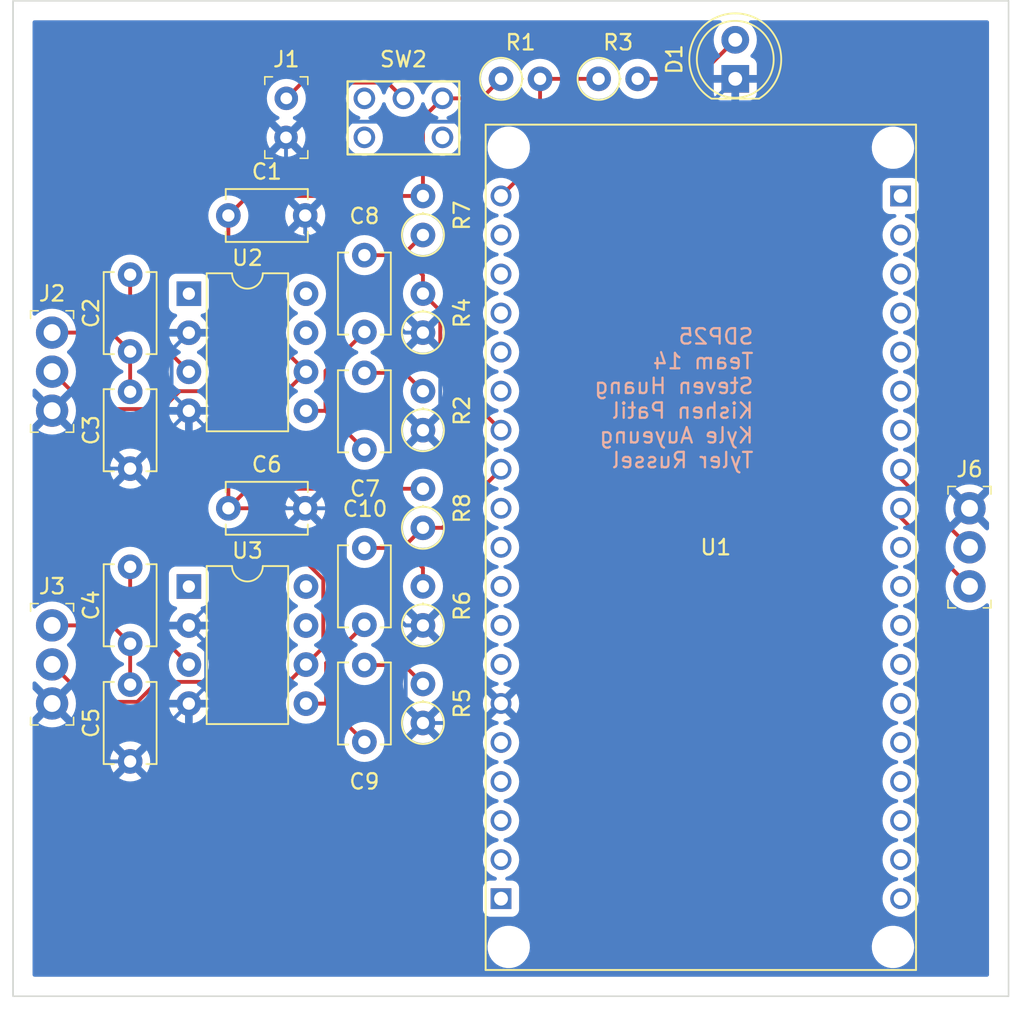
<source format=kicad_pcb>
(kicad_pcb (version 20221018) (generator pcbnew)

  (general
    (thickness 1.6)
  )

  (paper "A4")
  (title_block
    (title "SDP25 Schematic V2")
    (date "2024-11-08")
    (company "Team 14: Auditory-Vibration Assistant (AVA)")
    (comment 1 "Steven Huang")
    (comment 2 "Kishen Patil")
    (comment 3 "Kyle Auyeung")
    (comment 4 "Tyler Russel")
  )

  (layers
    (0 "F.Cu" signal)
    (31 "B.Cu" signal)
    (32 "B.Adhes" user "B.Adhesive")
    (33 "F.Adhes" user "F.Adhesive")
    (34 "B.Paste" user)
    (35 "F.Paste" user)
    (36 "B.SilkS" user "B.Silkscreen")
    (37 "F.SilkS" user "F.Silkscreen")
    (38 "B.Mask" user)
    (39 "F.Mask" user)
    (40 "Dwgs.User" user "User.Drawings")
    (41 "Cmts.User" user "User.Comments")
    (42 "Eco1.User" user "User.Eco1")
    (43 "Eco2.User" user "User.Eco2")
    (44 "Edge.Cuts" user)
    (45 "Margin" user)
    (46 "B.CrtYd" user "B.Courtyard")
    (47 "F.CrtYd" user "F.Courtyard")
    (48 "B.Fab" user)
    (49 "F.Fab" user)
    (50 "User.1" user)
    (51 "User.2" user)
    (52 "User.3" user)
    (53 "User.4" user)
    (54 "User.5" user)
    (55 "User.6" user)
    (56 "User.7" user)
    (57 "User.8" user)
    (58 "User.9" user)
  )

  (setup
    (pad_to_mask_clearance 0)
    (pcbplotparams
      (layerselection 0x00010fc_ffffffff)
      (plot_on_all_layers_selection 0x0000000_00000000)
      (disableapertmacros false)
      (usegerberextensions false)
      (usegerberattributes true)
      (usegerberadvancedattributes true)
      (creategerberjobfile true)
      (dashed_line_dash_ratio 12.000000)
      (dashed_line_gap_ratio 3.000000)
      (svgprecision 4)
      (plotframeref false)
      (viasonmask false)
      (mode 1)
      (useauxorigin false)
      (hpglpennumber 1)
      (hpglpenspeed 20)
      (hpglpendiameter 15.000000)
      (dxfpolygonmode true)
      (dxfimperialunits true)
      (dxfusepcbnewfont true)
      (psnegative false)
      (psa4output false)
      (plotreference true)
      (plotvalue true)
      (plotinvisibletext false)
      (sketchpadsonfab false)
      (subtractmaskfromsilk false)
      (outputformat 1)
      (mirror false)
      (drillshape 1)
      (scaleselection 1)
      (outputdirectory "")
    )
  )

  (net 0 "")
  (net 1 "Net-(J1-Pad1)")
  (net 2 "G18")
  (net 3 "G19")
  (net 4 "3V")
  (net 5 "unconnected-(SW2-Pad1)")
  (net 6 "unconnected-(SW2-Pad2)")
  (net 7 "unconnected-(SW2-Pad5)")
  (net 8 "unconnected-(U1-EN-PadJ5_18)")
  (net 9 "unconnected-(U1-5V-PadJ5_1)")
  (net 10 "unconnected-(U1-SP-PadJ5_17)")
  (net 11 "unconnected-(U1-SN-PadJ5_16)")
  (net 12 "unconnected-(U1-G34-PadJ5_15)")
  (net 13 "unconnected-(U1-G35-PadJ5_14)")
  (net 14 "G32")
  (net 15 "G33")
  (net 16 "unconnected-(U1-SD2-PadJ5_4)")
  (net 17 "unconnected-(U1-SD3-PadJ5_3)")
  (net 18 "unconnected-(U1-CMD-PadJ5_2)")
  (net 19 "unconnected-(U1-CLK-PadJ4_19)")
  (net 20 "unconnected-(U1-SD0-PadJ4_18)")
  (net 21 "unconnected-(U1-SD1-PadJ4_17)")
  (net 22 "unconnected-(U1-G15-PadJ4_16)")
  (net 23 "unconnected-(U1-G21-PadJ4_6)")
  (net 24 "unconnected-(U1-RXD-PadJ4_5)")
  (net 25 "unconnected-(U1-TXD-PadJ4_4)")
  (net 26 "unconnected-(U1-G22-PadJ4_3)")
  (net 27 "unconnected-(U1-G23-PadJ4_2)")
  (net 28 "unconnected-(U1-GND_J4_1-PadJ4_1)")
  (net 29 "Net-(D1-A)")
  (net 30 "5V")
  (net 31 "GND")
  (net 32 "Net-(U2-+)")
  (net 33 "PA1")
  (net 34 "Net-(U3-+)")
  (net 35 "PA2")
  (net 36 "unconnected-(U1-GND_J4_7-PadJ4_7)")
  (net 37 "unconnected-(U1-G5-PadJ4_10)")
  (net 38 "unconnected-(U1-G17-PadJ4_11)")
  (net 39 "unconnected-(U1-G16-PadJ4_12)")
  (net 40 "unconnected-(U1-G4-PadJ4_13)")
  (net 41 "unconnected-(U1-G0-PadJ4_14)")
  (net 42 "unconnected-(U1-G2-PadJ4_15)")
  (net 43 "unconnected-(U1-G13-PadJ5_5)")
  (net 44 "unconnected-(U1-G12-PadJ5_7)")
  (net 45 "unconnected-(U1-G14-PadJ5_8)")
  (net 46 "unconnected-(U1-G27-PadJ5_9)")
  (net 47 "unconnected-(U1-G26-PadJ5_10)")
  (net 48 "unconnected-(U1-G25-PadJ5_11)")
  (net 49 "unconnected-(U2-GAIN-Pad1)")
  (net 50 "unconnected-(U2-BYPASS-Pad7)")
  (net 51 "unconnected-(U2-GAIN-Pad8)")
  (net 52 "unconnected-(U3-GAIN-Pad1)")
  (net 53 "unconnected-(U3-BYPASS-Pad7)")
  (net 54 "unconnected-(U3-GAIN-Pad8)")
  (net 55 "Net-(C7-Pad1)")
  (net 56 "Net-(C7-Pad2)")
  (net 57 "Net-(C9-Pad1)")
  (net 58 "Net-(C10-Pad2)")

  (footprint "digikey-footprints:PinHeader_1x3_P2.54_Drill1.1mm" (layer "F.Cu") (at 116.84 91.44 90))

  (footprint "digikey-footprints:PinHeader_1x3_P2.54_Drill1.1mm" (layer "F.Cu") (at 176.53 102.87 90))

  (footprint "Capacitor_THT:C_Disc_D5.1mm_W3.2mm_P5.00mm" (layer "F.Cu") (at 137.16 107.99 -90))

  (footprint "Resistor_THT:R_Axial_DIN0207_L6.3mm_D2.5mm_P2.54mm_Vertical" (layer "F.Cu") (at 140.97 105.41 90))

  (footprint "Capacitor_THT:C_Disc_D5.1mm_W3.2mm_P5.00mm" (layer "F.Cu") (at 121.92 82.59 -90))

  (footprint "Resistor_THT:R_Axial_DIN0207_L6.3mm_D2.5mm_P2.54mm_Vertical" (layer "F.Cu") (at 140.97 99.06 90))

  (footprint "Resistor_THT:R_Axial_DIN0207_L6.3mm_D2.5mm_P2.54mm_Vertical" (layer "F.Cu") (at 152.4 69.85))

  (footprint "digikey-footprints:PinHeader_1x2_P2.54mm" (layer "F.Cu") (at 132.08 71.12 -90))

  (footprint "LED_THT:LED_D5.0mm" (layer "F.Cu") (at 161.29 69.85 90))

  (footprint "Resistor_THT:R_Axial_DIN0207_L6.3mm_D2.5mm_P2.54mm_Vertical" (layer "F.Cu") (at 146.05 69.85))

  (footprint "Capacitor_THT:C_Disc_D5.1mm_W3.2mm_P5.00mm" (layer "F.Cu") (at 128.31 78.74))

  (footprint "digikey-footprints:PinHeader_1x3_P2.54_Drill1.1mm" (layer "F.Cu") (at 116.84 110.49 90))

  (footprint "Resistor_THT:R_Axial_DIN0207_L6.3mm_D2.5mm_P2.54mm_Vertical" (layer "F.Cu") (at 140.97 111.76 90))

  (footprint "Resistor_THT:R_Axial_DIN0207_L6.3mm_D2.5mm_P2.54mm_Vertical" (layer "F.Cu") (at 140.97 92.71 90))

  (footprint "Package_DIP:DIP-8_W7.62mm" (layer "F.Cu") (at 125.74 102.88))

  (footprint "Package_DIP:DIP-8_W7.62mm" (layer "F.Cu") (at 125.74 83.83))

  (footprint "Resistor_THT:R_Axial_DIN0207_L6.3mm_D2.5mm_P2.54mm_Vertical" (layer "F.Cu") (at 140.97 86.36 90))

  (footprint "Capacitor_THT:C_Disc_D5.1mm_W3.2mm_P5.00mm" (layer "F.Cu") (at 121.92 109.26 -90))

  (footprint "footprints:200USP9T1A1M2RE_EWI" (layer "F.Cu") (at 137.16 73.66 90))

  (footprint "Capacitor_THT:C_Disc_D5.1mm_W3.2mm_P5.00mm" (layer "F.Cu") (at 121.92 90.21 -90))

  (footprint "Capacitor_THT:C_Disc_D5.1mm_W3.2mm_P5.00mm" (layer "F.Cu") (at 137.16 100.37 -90))

  (footprint "Capacitor_THT:C_Disc_D5.1mm_W3.2mm_P5.00mm" (layer "F.Cu") (at 137.16 88.98 -90))

  (footprint "Capacitor_THT:C_Disc_D5.1mm_W3.2mm_P5.00mm" (layer "F.Cu") (at 128.31 97.79))

  (footprint "Capacitor_THT:C_Disc_D5.1mm_W3.2mm_P5.00mm" (layer "F.Cu") (at 137.16 81.32 -90))

  (footprint "Resistor_THT:R_Axial_DIN0207_L6.3mm_D2.5mm_P2.54mm_Vertical" (layer "F.Cu") (at 140.97 80.01 90))

  (footprint "ESP32_NODEMCU:MODULE_ESP32_NODEMCU" (layer "F.Cu") (at 159.05 100.33))

  (footprint "Capacitor_THT:C_Disc_D5.1mm_W3.2mm_P5.00mm" (layer "F.Cu") (at 121.92 101.6 -90))

  (gr_rect (start 114.3 64.77) (end 179.07 129.54)
    (stroke (width 0.1) (type default)) (fill none) (layer "Edge.Cuts") (tstamp 24905b69-62cd-46b9-81f5-644908c2e084))
  (gr_text "SDP25\nTeam 14\nSteven Huang\nKishen Patil\nKyle Auyeung\nTyler Russel" (at 162.56 95.25) (layer "B.SilkS") (tstamp f030ebfb-405c-49d4-b61d-a329bcb413c0)
    (effects (font (size 1 1) (thickness 0.15)) (justify left bottom mirror))
  )

  (segment (start 132.08 71.12) (end 133.1035 70.0965) (width 0.25) (layer "F.Cu") (net 1) (tstamp 4e5242fa-5e07-4118-9eb8-0a7c56f81fb4))
  (segment (start 138.6765 70.0965) (end 139.7 71.12) (width 0.25) (layer "F.Cu") (net 1) (tstamp 8db6cbd1-ea19-456d-8fe0-211623e08412))
  (segment (start 133.1035 70.0965) (end 138.6765 70.0965) (width 0.25) (layer "F.Cu") (net 1) (tstamp be1f32e3-535e-4768-b871-16210d68a3da))
  (segment (start 176.53 102.87) (end 172.05 98.39) (width 0.25) (layer "F.Cu") (net 2) (tstamp 45fa3f07-b8f7-4095-af58-8f98b0951ec4))
  (segment (start 172.05 98.39) (end 172.05 97.79) (width 0.25) (layer "F.Cu") (net 2) (tstamp cab81b4c-f0ed-4b13-b3ce-3f74e2376700))
  (segment (start 172.05 95.85) (end 172.05 95.25) (width 0.25) (layer "F.Cu") (net 3) (tstamp 1442b5b8-2f31-41a1-a5c1-82d9bc12e0b5))
  (segment (start 176.53 100.33) (end 172.05 95.85) (width 0.25) (layer "F.Cu") (net 3) (tstamp f2c2d80d-e8d6-475f-9201-901ef44e7643))
  (segment (start 148.59 69.85) (end 152.4 69.85) (width 0.25) (layer "F.Cu") (net 4) (tstamp 310aec90-8131-4aab-9b04-03c16867119c))
  (segment (start 148.59 69.85) (end 148.59 74.93) (width 0.25) (layer "F.Cu") (net 4) (tstamp 41dd5e52-fbde-4500-9dc7-5347a99c1572))
  (segment (start 148.59 74.93) (end 146.05 77.47) (width 0.25) (layer "F.Cu") (net 4) (tstamp baaeeba3-7887-4922-909d-8e9352c857ed))
  (segment (start 139.66 81.32) (end 140.97 80.01) (width 0.25) (layer "F.Cu") (net 14) (tstamp 19182132-7c92-4755-a400-1d3e192862ab))
  (segment (start 140.97 82.63) (end 140.97 83.82) (width 0.25) (layer "F.Cu") (net 14) (tstamp 1d976c79-7511-4f13-9acf-45446374909a))
  (segment (start 140.97 83.82) (end 142.095 84.945) (width 0.25) (layer "F.Cu") (net 14) (tstamp 204a101b-c74e-4edf-8e6f-545d1dde0f6e))
  (segment (start 139.66 81.32) (end 140.97 82.63) (width 0.25) (layer "F.Cu") (net 14) (tstamp 29abb8d5-cfe2-4f16-a33e-47123581a8e0))
  (segment (start 137.16 81.32) (end 139.66 81.32) (width 0.25) (layer "F.Cu") (net 14) (tstamp 7fc22ffb-1b6d-48bb-9dcb-69e20f3d1111))
  (segment (start 142.095 88.755) (end 146.05 92.71) (width 0.25) (layer "F.Cu") (net 14) (tstamp b32cda39-99b2-459b-805b-44a2e659f758))
  (segment (start 142.095 84.945) (end 142.095 88.755) (width 0.25) (layer "F.Cu") (net 14) (tstamp e3d14a28-28b1-4d3c-97a1-61133fff57b7))
  (segment (start 139.66 100.37) (end 140.97 101.68) (width 0.25) (layer "F.Cu") (net 15) (tstamp 393f028b-2d49-4048-8d88-a6055ef57942))
  (segment (start 139.66 100.37) (end 140.97 99.06) (width 0.25) (layer "F.Cu") (net 15) (tstamp 5d035146-7794-43c4-9635-fd2a6edeea90))
  (segment (start 140.97 101.68) (end 140.97 102.87) (width 0.25) (layer "F.Cu") (net 15) (tstamp 618fd9fe-74b2-4e7f-ba59-4dc15bbd1e41))
  (segment (start 142.24 99.06) (end 146.05 95.25) (width 0.25) (layer "F.Cu") (net 15) (tstamp 87451e7e-a4bf-4000-b1e1-e60b8df5af70))
  (segment (start 137.16 100.37) (end 139.66 100.37) (width 0.25) (layer "F.Cu") (net 15) (tstamp 99eb91d4-6093-4577-835c-78a15005d406))
  (segment (start 140.97 99.06) (end 142.24 99.06) (width 0.25) (layer "F.Cu") (net 15) (tstamp efd5817f-524a-43d7-ac7c-49fddefc7143))
  (segment (start 158.75 69.85) (end 161.29 67.31) (width 0.25) (layer "F.Cu") (net 29) (tstamp 29c5d0ac-fb13-4f74-8ba0-f802721dc939))
  (segment (start 154.94 69.85) (end 158.75 69.85) (width 0.25) (layer "F.Cu") (net 29) (tstamp c66f3ce5-0e6c-4695-a994-662e65d05240))
  (segment (start 140.97 72.39) (end 142.24 71.12) (width 0.25) (layer "F.Cu") (net 30) (tstamp 00ebe437-c18d-44a1-990a-3e1d4aed5080))
  (segment (start 128.31 90.21) (end 128.27 90.17) (width 0.25) (layer "F.Cu") (net 30) (tstamp 11bb18bc-2828-486d-8425-2f302325de05))
  (segment (start 129.58 96.52) (end 140.97 96.52) (width 0.25) (layer "F.Cu") (net 30) (tstamp 12577d53-78b2-4088-b981-5d694531af05))
  (segment (start 134.485 106.835) (end 133.36 107.96) (width 0.25) (layer "F.Cu") (net 30) (tstamp 199f8e82-0dce-4a67-b4e9-34ce0b2e2971))
  (segment (start 128.27 90.17) (end 132.1 90.17) (width 0.25) (layer "F.Cu") (net 30) (tstamp 229acd92-d367-4aad-9eb4-750538060f1a))
  (segment (start 119.275 91.335) (end 123.974009 91.335) (width 0.25) (layer "F.Cu") (net 30) (tstamp 2ddd1780-fc1b-499f-85a7-2706ab0a9b07))
  (segment (start 125.139009 90.17) (end 128.27 90.17) (width 0.25) (layer "F.Cu") (net 30) (tstamp 3054722a-4bd5-40db-97ae-d442c8af28aa))
  (segment (start 133.36 107.96) (end 132.235 109.085) (width 0.25) (layer "F.Cu") (net 30) (tstamp 335257d9-5a6b-4e0e-9e35-a42108450752))
  (segment (start 132.1 90.17) (end 133.36 88.91) (width 0.25) (layer "F.Cu") (net 30) (tstamp 38548cf7-9d7f-4648-8c3d-0c52952ef8c9))
  (segment (start 122.385991 110.385) (end 119.275 110.385) (width 0.25) (layer "F.Cu") (net 30) (tstamp 3cdb69dd-6e69-4d97-84ce-f2a5e684b75d))
  (segment (start 142.24 71.12) (end 144.78 71.12) (width 0.25) (layer "F.Cu") (net 30) (tstamp 5bdbc9b5-5f20-4ad9-9bac-d8f5ca7fc575))
  (segment (start 128.31 78.74) (end 128.31 83.86) (width 0.25) (layer "F.Cu") (net 30) (tstamp 5c60d40c-8636-4a85-9efa-2b79610abddb))
  (segment (start 116.84 88.9) (end 119.275 91.335) (width 0.25) (layer "F.Cu") (net 30) (tstamp 678513b9-226d-407c-a63e-fc888ebada05))
  (segment (start 123.974009 91.335) (end 125.139009 90.17) (width 0.25) (layer "F.Cu") (net 30) (tstamp 6addff48-9923-42e3-8fb3-a235f7d26aa3))
  (segment (start 128.31 97.79) (end 129.860991 97.79) (width 0.25) (layer "F.Cu") (net 30) (tstamp 73c6977a-811e-48d9-bddc-20628adf124d))
  (segment (start 129.860991 97.79) (end 134.485 102.414009) (width 0.25) (layer "F.Cu") (net 30) (tstamp 775e8b68-883a-4166-af78-8e40c72861d3))
  (segment (start 144.78 71.12) (end 146.05 69.85) (width 0.25) (layer "F.Cu") (net 30) (tstamp 7f58acb5-986b-4e83-9f8f-84a77ffa0c60))
  (segment (start 128.31 97.79) (end 128.31 90.21) (width 0.25) (layer "F.Cu") (net 30) (tstamp 80f262c9-5d91-4278-9c1a-e6c60c6f2f8c))
  (segment (start 140.97 77.47) (end 140.97 72.39) (width 0.25) (layer "F.Cu") (net 30) (tstamp a29ffc7b-acfe-4907-ba25-1cdef298dc60))
  (segment (start 123.685991 109.085) (end 122.385991 110.385) (width 0.25) (layer "F.Cu") (net 30) (tstamp b88aa079-c376-453e-ba50-c7aac5e9638d))
  (segment (start 129.58 77.47) (end 128.31 78.74) (width 0.25) (layer "F.Cu") (net 30) (tstamp b8dec72a-f1bf-40f1-a299-e0d67fd19097))
  (segment (start 132.235 109.085) (end 123.685991 109.085) (width 0.25) (layer "F.Cu") (net 30) (tstamp bf18106f-8cfb-45b7-acd0-016bff7169e2))
  (segment (start 140.97 77.47) (end 129.58 77.47) (width 0.25) (layer "F.Cu") (net 30) (tstamp c3b4996b-48e0-4e24-9a6f-8b6be3a2ef78))
  (segment (start 128.31 97.79) (end 129.58 96.52) (width 0.25) (layer "F.Cu") (net 30) (tstamp cb3d9d64-0a8b-4da0-ab20-707ce759b118))
  (segment (start 128.31 83.86) (end 133.36 88.91) (width 0.25) (layer "F.Cu") (net 30) (tstamp cd9000ce-4990-41b7-be9e-8d8c91852714))
  (segment (start 134.485 102.414009) (end 134.485 106.835) (width 0.25) (layer "F.Cu") (net 30) (tstamp d993c572-6b05-45c2-868a-7d90b9512e13))
  (segment (start 119.275 110.385) (end 116.84 107.95) (width 0.25) (layer "F.Cu") (net 30) (tstamp ed88c23e-1872-42ff-b479-72bc643e31cd))
  (segment (start 140.97 111.76) (end 139.845 110.635) (width 0.25) (layer "B.Cu") (net 31) (tstamp 04031f0c-917e-41de-80d2-1ce44acdc624))
  (segment (start 142.095 91.585) (end 140.97 92.71) (width 0.25) (layer "B.Cu") (net 31) (tstamp 0a06ad5f-cde8-4b48-97e3-2c76cbc33a31))
  (segment (start 121.92 114.26) (end 120.61 114.26) (width 0.25) (layer "B.Cu") (net 31) (tstamp 0fa7ecef-5af0-4417-87ac-d8c42d15d08b))
  (segment (start 125.74 105.42) (end 126.865 106.545) (width 0.25) (layer "B.Cu") (net 31) (tstamp 11a1ce23-dfc4-4403-bf11-2534cce460bd))
  (segment (start 121.98 95.21) (end 121.92 95.21) (width 0.25) (layer "B.Cu") (net 31) (tstamp 1408b602-34eb-4df2-91a9-fe5c80f4090b))
  (segment (start 139.79863 86.36) (end 140.97 86.36) (width 0.25) (layer "B.Cu") (net 31) (tstamp 19858fc8-f0b7-4655-933c-fd39f0a1afb6))
  (segment (start 120.61 95.21) (end 116.84 91.44) (width 0.25) (layer "B.Cu") (net 31) (tstamp 1dad9fb1-e664-4631-beee-faaf7ca43548))
  (segment (start 126.865 109.375) (end 125.74 110.5) (width 0.25) (layer "B.Cu") (net 31) (tstamp 1fb7edc6-d705-4c10-b03d-271e9b7c01ba))
  (segment (start 121.92 95.21) (end 120.61 95.21) (width 0.25) (layer "B.Cu") (net 31) (tstamp 2aa298e1-2250-41c5-ae5b-e709d451b3d0))
  (segment (start 140.97 111.76) (end 144.78 111.76) (width 0.25) (layer "B.Cu") (net 31) (tstamp 2efc0481-7e91-44bf-aea8-e38760d81ab6))
  (segment (start 132.06 77.49) (end 133.31 78.74) (width 0.25) (layer "B.Cu") (net 31) (tstamp 306d7870-f40e-420a-9692-29927013d877))
  (segment (start 132.06 73.66) (end 132.06 77.49) (width 0.25) (layer "B.Cu") (net 31) (tstamp 3234539b-3e3b-4de1-b44d-35b684a5b0ad))
  (segment (start 133.31 78.74) (end 133.31 79.87137) (width 0.25) (layer "B.Cu") (net 31) (tstamp 33f161cd-3b6f-4d40-a412-8c61b86c111f))
  (segment (start 120.61 114.26) (end 116.84 110.49) (width 0.25) (layer "B.Cu") (net 31) (tstamp 3e2cf6e2-1211-4e8b-8944-14f5426bdba7))
  (segment (start 176.53 97.79) (end 175.26 96.52) (width 0.25) (layer "B.Cu") (net 31) (tstamp 45eeb2fe-43ac-4dd0-846e-34e17c4dead8))
  (segment (start 132.06 73.66) (end 133.0835 72.6365) (width 0.25) (layer "B.Cu") (net 31) (tstamp 4a98ef29-db32-4dec-9431-87703d204f20))
  (segment (start 125.74 91.45) (end 121.98 95.21) (width 0.25) (layer "B.Cu") (net 31) (tstamp 5a1a7b11-950d-47a5-9d20-256a94677761))
  (segment (start 139.83863 105.41) (end 135.89 101.46137) (width 0.25) (layer "B.Cu") (net 31) (tstamp 5f88d2fc-5a99-4045-a6d3-492649d54aca))
  (segment (start 158.5035 72.6365) (end 161.29 69.85) (width 0.25) (layer "B.Cu") (net 31) (tstamp 6622683c-19b8-4418-99b6-b3d2e46d67ec))
  (segment (start 144.78 111.76) (end 146.05 110.49) (width 0.25) (layer "B.Cu") (net 31) (tstamp 686fd76e-d284-49f9-bc64-0a67a53c7818))
  (segment (start 175.26 96.52) (end 160.02 96.52) (width 0.25) (layer "B.Cu") (net 31) (tstamp 71ca1034-ef25-45ae-89e6-e8bd173e59a9))
  (segment (start 133.0835 72.6365) (end 158.5035 72.6365) (width 0.25) (layer "B.Cu") (net 31) (tstamp 75aeb902-0415-425c-aed9-7e8fe9310930))
  (segment (start 133.31 97.79) (end 132.08 97.79) (width 0.25) (layer "B.Cu") (net 31) (tstamp 7a4c5d76-232b-4873-95d6-edd354ff6ed3))
  (segment (start 133.31 97.79) (end 125.74 105.36) (width 0.25) (layer "B.Cu") (net 31) (tstamp 7d9a546f-8d12-484b-927e-0b444035bd86))
  (segment (start 126.865 106.545) (end 126.865 109.375) (width 0.25) (layer "B.Cu") (net 31) (tstamp 7e3224cb-1872-451b-86d2-b9c5bac0c63b))
  (segment (start 124.615 90.325) (end 124.615 87.495) (width 0.25) (layer "B.Cu") (net 31) (tstamp 90c5f269-fe85-4bf2-a944-f073335ca801))
  (segment (start 125.74 91.45) (end 124.615 90.325) (width 0.25) (layer "B.Cu") (net 31) (tstamp 94c751eb-c562-48c2-b7cb-d6354587927c))
  (segment (start 133.31 79.87137) (end 139.79863 86.36) (width 0.25) (layer "B.Cu") (net 31) (tstamp 9ad7ec20-922b-4929-bfc6-ded61f569786))
  (segment (start 135.89 101.46137) (end 135.89 97.79) (width 0.25) (layer "B.Cu") (net 31) (tstamp 9b593fb0-b229-4e91-aeda-5f31ce6cc8ed))
  (segment (start 160.02 96.52) (end 146.05 110.49) (width 0.25) (layer "B.Cu") (net 31) (tstamp 9cd2c09e-d1f1-4588-ab95-206030cd3a45))
  (segment (start 139.845 110.635) (end 139.845 106.535) (width 0.25) (layer "B.Cu") (net 31) (tstamp a6aaea5d-af47-4d2c-9632-7aa889fe8f97))
  (segment (start 125.74 110.5) (end 121.98 114.26) (width 0.25) (layer "B.Cu") (net 31) (tstamp b314aae0-0066-4cde-8bd8-9637badfb14e))
  (segment (start 140.97 92.71) (end 135.89 97.79) (width 0.25) (layer "B.Cu") (net 31) (tstamp c8a42f03-f7d6-4b94-9039-31ab3b16ab90))
  (segment (start 121.98 114.26) (end 121.92 114.26) (width 0.25) (layer "B.Cu") (net 31) (tstamp d028210e-dcfc-4ec5-a1a6-afa14eab687a))
  (segment (start 139.845 106.535) (end 140.97 105.41) (width 0.25) (layer "B.Cu") (net 31) (tstamp d75feca6-7d53-4d36-a8a4-129044cbb862))
  (segment (start 132.08 97.79) (end 125.74 91.45) (width 0.25) (layer "B.Cu") (net 31) (tstamp e116b784-0d47-403a-be1c-835b9dc0f8f6))
  (segment (start 124.615 87.495) (end 125.74 86.37) (width 0.25) (layer "B.Cu") (net 31) (tstamp ea4701a4-4bd8-4f46-8f33-f0f21e7f8890))
  (segment (start 140.97 86.36) (end 142.095 87.485) (width 0.25) (layer "B.Cu") (net 31) (tstamp ee3bd8c6-f56d-453b-80e3-e5b05a24c018))
  (segment (start 135.89 97.79) (end 133.31 97.79) (width 0.25) (layer "B.Cu") (net 31) (tstamp f31a46d5-e7db-4b7d-8595-bafdacc96a10))
  (segment (start 125.74 105.36) (end 125.74 105.42) (width 0.25) (layer "B.Cu") (net 31) (tstamp f583ad3b-2764-4b19-8e3e-f895adaf073f))
  (segment (start 142.095 87.485) (end 142.095 91.585) (width 0.25) (layer "B.Cu") (net 31) (tstamp f90a23e9-b827-43d8-8adc-df1688bbce54))
  (segment (start 140.97 105.41) (end 139.83863 105.41) (width 0.25) (layer "B.Cu") (net 31) (tstamp fa7339ab-e391-4edb-bf85-689b69ff3f54))
  (segment (start 121.92 82.59) (end 121.92 85.09) (width 0.25) (layer "F.Cu") (net 32) (tstamp 04ab2a46-fe6b-4861-8837-d60305ecc3f4))
  (segment (start 121.92 85.09) (end 125.74 88.91) (width 0.25) (layer "F.Cu") (net 32) (tstamp cc4553e4-96f3-48d9-a58e-cc00555c7180))
  (segment (start 116.84 86.36) (end 120.69 86.36) (width 0.25) (layer "F.Cu") (net 33) (tstamp 332374a7-a2c5-4ec4-b24d-d4644b5fcae6))
  (segment (start 121.92 87.59) (end 121.92 90.21) (width 0.25) (layer "F.Cu") (net 33) (tstamp 67d7247b-55b1-4a67-9ef3-f29d6c644899))
  (segment (start 120.69 86.36) (end 121.92 87.59) (width 0.25) (layer "F.Cu") (net 33) (tstamp 8d43ed26-53b4-4a59-a054-b888e545acf7))
  (segment (start 121.92 101.6) (end 121.92 104.14) (width 0.25) (layer "F.Cu") (net 34) (tstamp 83a98884-8228-4cbb-8a5a-faf1af86046e))
  (segment (start 121.92 104.14) (end 125.74 107.96) (width 0.25) (layer "F.Cu") (net 34) (tstamp b1b5248b-549f-4d3b-b5be-68dda345f638))
  (segment (start 116.84 105.41) (end 120.73 105.41) (width 0.25) (layer "F.Cu") (net 35) (tstamp 2253cb56-e32a-4806-85bc-393d53be9b62))
  (segment (start 120.73 105.41) (end 121.92 106.6) (width 0.25) (layer "F.Cu") (net 35) (tstamp 4da7640f-be83-448a-b372-1fd21b2578d6))
  (segment (start 121.92 106.6) (end 121.92 109.26) (width 0.25) (layer "F.Cu") (net 35) (tstamp b3a8bb65-4be2-4ed8-9638-97fdfcfda512))
  (segment (start 139.78 88.98) (end 140.97 90.17) (width 0.25) (layer "F.Cu") (net 55) (tstamp 60db14b1-f99c-4434-8fdf-607f1f7dc5fa))
  (segment (start 137.16 88.98) (end 139.78 88.98) (width 0.25) (layer "F.Cu") (net 55) (tstamp de1354ba-9207-48f5-9468-3be88ba1f029))
  (segment (start 134.63 88.85) (end 137.16 86.32) (width 0.25) (layer "F.Cu") (net 56) (tstamp 08e065d4-24bd-41f3-ba19-49acc397954b))
  (segment (start 134.63 91.45) (end 134.63 88.85) (width 0.25) (layer "F.Cu") (net 56) (tstamp 91e1f8ad-f030-49b3-8c34-6b725c38a21e))
  (segment (start 134.63 91.45) (end 137.16 93.98) (width 0.25) (layer "F.Cu") (net 56) (tstamp a4d999b4-8e13-4293-84cf-bdcfab380e3a))
  (segment (start 133.36 91.45) (end 134.63 91.45) (width 0.25) (layer "F.Cu") (net 56) (tstamp acfea328-76b6-4504-88c0-6d16873d1230))
  (segment (start 137.16 107.99) (end 139.74 107.99) (width 0.25) (layer "F.Cu") (net 57) (tstamp 791c8e55-0498-431d-b7f5-a427ca115145))
  (segment (start 139.74 107.99) (end 140.97 109.22) (width 0.25) (layer "F.Cu") (net 57) (tstamp f49ac4ef-4087-458f-8c75-e27d91f77d92))
  (segment (start 133.36 110.5) (end 134.67 110.5) (width 0.25) (layer "F.Cu") (net 58) (tstamp 6961320e-7403-4e18-90de-26beacf13356))
  (segment (start 134.67 107.86) (end 137.16 105.37) (width 0.25) (layer "F.Cu") (net 58) (tstamp 71cedf04-7171-4eb7-9b08-5991f8750fab))
  (segment (start 134.67 110.5) (end 137.16 112.99) (width 0.25) (layer "F.Cu") (net 58) (tstamp 887d4d63-c336-46d8-afa3-558844ba5577))
  (segment (start 134.67 110.5) (end 134.67 107.86) (width 0.25) (layer "F.Cu") (net 58) (tstamp e7daea3e-a89b-4021-9a08-9039fc220187))

  (zone (net 31) (net_name "GND") (layer "B.Cu") (tstamp b18338b2-f52e-416d-8c22-2cd8924d47f8) (hatch edge 0.5)
    (connect_pads (clearance 0.5))
    (min_thickness 0.25) (filled_areas_thickness no)
    (fill yes (thermal_gap 0.5) (thermal_bridge_width 0.5))
    (polygon
      (pts
        (xy 115.57 66.04)
        (xy 115.57 128.27)
        (xy 177.8 128.27)
        (xy 177.8 66.04)
      )
    )
    (filled_polygon
      (layer "B.Cu")
      (pts
        (xy 160.34738 66.059685)
        (xy 160.393135 66.112489)
        (xy 160.403079 66.181647)
        (xy 160.374054 66.245203)
        (xy 160.356503 66.261853)
        (xy 160.338222 66.276081)
        (xy 160.338219 66.276084)
        (xy 160.181016 66.446852)
        (xy 160.054075 66.641151)
        (xy 159.960842 66.853699)
        (xy 159.903866 67.078691)
        (xy 159.903864 67.078702)
        (xy 159.8847 67.309993)
        (xy 159.8847 67.310006)
        (xy 159.903864 67.541297)
        (xy 159.903866 67.541308)
        (xy 159.960842 67.7663)
        (xy 160.054075 67.978848)
        (xy 160.181018 68.17315)
        (xy 160.276167 68.27651)
        (xy 160.307089 68.339164)
        (xy 160.299228 68.40859)
        (xy 160.255081 68.462746)
        (xy 160.228271 68.476674)
        (xy 160.147911 68.506646)
        (xy 160.147906 68.506649)
        (xy 160.032812 68.592809)
        (xy 160.032809 68.592812)
        (xy 159.946649 68.707906)
        (xy 159.946645 68.707913)
        (xy 159.896403 68.84262)
        (xy 159.896401 68.842627)
        (xy 159.89 68.902155)
        (xy 159.89 69.6)
        (xy 160.914722 69.6)
        (xy 160.866375 69.68374)
        (xy 160.83619 69.815992)
        (xy 160.846327 69.951265)
        (xy 160.895887 70.077541)
        (xy 160.913797 70.1)
        (xy 159.89 70.1)
        (xy 159.89 70.797844)
        (xy 159.896401 70.857372)
        (xy 159.896403 70.857379)
        (xy 159.946645 70.992086)
        (xy 159.946649 70.992093)
        (xy 160.032809 71.107187)
        (xy 160.032812 71.10719)
        (xy 160.147906 71.19335)
        (xy 160.147913 71.193354)
        (xy 160.28262 71.243596)
        (xy 160.282627 71.243598)
        (xy 160.342155 71.249999)
        (xy 160.342172 71.25)
        (xy 161.04 71.25)
        (xy 161.04 70.224189)
        (xy 161.092547 70.260016)
        (xy 161.222173 70.3)
        (xy 161.323724 70.3)
        (xy 161.424138 70.284865)
        (xy 161.54 70.229068)
        (xy 161.54 71.25)
        (xy 162.237828 71.25)
        (xy 162.237844 71.249999)
        (xy 162.297372 71.243598)
        (xy 162.297379 71.243596)
        (xy 162.432086 71.193354)
        (xy 162.432093 71.19335)
        (xy 162.547187 71.10719)
        (xy 162.54719 71.107187)
        (xy 162.63335 70.992093)
        (xy 162.633354 70.992086)
        (xy 162.683596 70.857379)
        (xy 162.683598 70.857372)
        (xy 162.689999 70.797844)
        (xy 162.69 70.797827)
        (xy 162.69 70.1)
        (xy 161.665278 70.1)
        (xy 161.713625 70.01626)
        (xy 161.74381 69.884008)
        (xy 161.733673 69.748735)
        (xy 161.684113 69.622459)
        (xy 161.666203 69.6)
        (xy 162.69 69.6)
        (xy 162.69 68.902172)
        (xy 162.689999 68.902155)
        (xy 162.683598 68.842627)
        (xy 162.683596 68.84262)
        (xy 162.633354 68.707913)
        (xy 162.63335 68.707906)
        (xy 162.54719 68.592812)
        (xy 162.547187 68.592809)
        (xy 162.432093 68.506649)
        (xy 162.432086 68.506645)
        (xy 162.351729 68.476674)
        (xy 162.295795 68.434803)
        (xy 162.271378 68.369338)
        (xy 162.28623 68.301065)
        (xy 162.303826 68.276516)
        (xy 162.398979 68.173153)
        (xy 162.525924 67.978849)
        (xy 162.619157 67.7663)
        (xy 162.676134 67.541305)
        (xy 162.6953 67.31)
        (xy 162.6953 67.309993)
        (xy 162.676135 67.078702)
        (xy 162.676133 67.078691)
        (xy 162.619157 66.853699)
        (xy 162.525924 66.641151)
        (xy 162.398983 66.446852)
        (xy 162.39898 66.446849)
        (xy 162.398979 66.446847)
        (xy 162.241784 66.276087)
        (xy 162.241779 66.276083)
        (xy 162.241777 66.276081)
        (xy 162.223497 66.261853)
        (xy 162.182684 66.205143)
        (xy 162.179009 66.13537)
        (xy 162.213641 66.074687)
        (xy 162.275582 66.04236)
        (xy 162.299659 66.04)
        (xy 177.676 66.04)
        (xy 177.743039 66.059685)
        (xy 177.788794 66.112489)
        (xy 177.8 66.164)
        (xy 177.8 96.82219)
        (xy 177.780315 96.889229)
        (xy 177.763681 96.909871)
        (xy 177.055929 97.617622)
        (xy 177.053116 97.604085)
        (xy 176.983558 97.469844)
        (xy 176.880362 97.359348)
        (xy 176.751181 97.280791)
        (xy 176.699996 97.266449)
        (xy 177.437941 96.528504)
        (xy 177.235861 96.404668)
        (xy 177.010457 96.311303)
        (xy 176.773219 96.254348)
        (xy 176.77322 96.254348)
        (xy 176.53 96.235207)
        (xy 176.28678 96.254348)
        (xy 176.049542 96.311303)
        (xy 175.824138 96.404668)
        (xy 175.622057 96.528504)
        (xy 176.358432 97.264878)
        (xy 176.241542 97.315651)
        (xy 176.124261 97.411066)
        (xy 176.037072 97.534585)
        (xy 176.006645 97.620198)
        (xy 175.268504 96.882057)
        (xy 175.144668 97.084138)
        (xy 175.051303 97.309542)
        (xy 174.994348 97.54678)
        (xy 174.975207 97.79)
        (xy 174.994348 98.033219)
        (xy 175.051303 98.270457)
        (xy 175.144668 98.495861)
        (xy 175.268504 98.697941)
        (xy 176.00407 97.962375)
        (xy 176.006884 97.975915)
        (xy 176.076442 98.110156)
        (xy 176.179638 98.220652)
        (xy 176.308819 98.299209)
        (xy 176.360002 98.31355)
        (xy 175.599973 99.073579)
        (xy 175.573263 99.108088)
        (xy 175.430241 99.230241)
        (xy 175.271738 99.415823)
        (xy 175.271737 99.415826)
        (xy 175.144222 99.62391)
        (xy 175.05083 99.84938)
        (xy 174.993853 100.086702)
        (xy 174.974706 100.33)
        (xy 174.993853 100.573297)
        (xy 174.993853 100.5733)
        (xy 174.993854 100.573302)
        (xy 175.000252 100.599953)
        (xy 175.05083 100.810619)
        (xy 175.144222 101.036089)
        (xy 175.271737 101.244173)
        (xy 175.271738 101.244176)
        (xy 175.271741 101.244179)
        (xy 175.430241 101.429759)
        (xy 175.486854 101.478111)
        (xy 175.519168 101.50571)
        (xy 175.557361 101.564217)
        (xy 175.557859 101.634085)
        (xy 175.520505 101.693131)
        (xy 175.519168 101.69429)
        (xy 175.430241 101.770241)
        (xy 175.271738 101.955823)
        (xy 175.271737 101.955826)
        (xy 175.144222 102.16391)
        (xy 175.05083 102.38938)
        (xy 174.993853 102.626702)
        (xy 174.974706 102.87)
        (xy 174.993853 103.113297)
        (xy 174.993853 103.1133)
        (xy 174.993854 103.113302)
        (xy 175.045038 103.326497)
        (xy 175.05083 103.350619)
        (xy 175.144222 103.576089)
        (xy 175.271737 103.784173)
        (xy 175.271738 103.784176)
        (xy 175.295576 103.812086)
        (xy 175.430241 103.969759)
        (xy 175.564428 104.084365)
        (xy 175.615823 104.128261)
        (xy 175.615826 104.128262)
        (xy 175.82391 104.255777)
        (xy 176.049381 104.349169)
        (xy 176.049378 104.349169)
        (xy 176.049384 104.34917)
        (xy 176.049388 104.349172)
        (xy 176.286698 104.406146)
        (xy 176.53 104.425294)
        (xy 176.773302 104.406146)
        (xy 177.010612 104.349172)
        (xy 177.236089 104.255777)
        (xy 177.444179 104.128259)
        (xy 177.595471 103.999043)
        (xy 177.659229 103.970474)
        (xy 177.728315 103.980911)
        (xy 177.780791 104.027042)
        (xy 177.8 104.093335)
        (xy 177.8 128.146)
        (xy 177.780315 128.213039)
        (xy 177.727511 128.258794)
        (xy 177.676 128.27)
        (xy 115.694 128.27)
        (xy 115.626961 128.250315)
        (xy 115.581206 128.197511)
        (xy 115.57 128.146)
        (xy 115.57 126.271411)
        (xy 145.170771 126.271411)
        (xy 145.180707 126.505341)
        (xy 145.180707 126.505342)
        (xy 145.230038 126.734236)
        (xy 145.317338 126.95149)
        (xy 145.440103 127.150875)
        (xy 145.594793 127.326637)
        (xy 145.594797 127.326641)
        (xy 145.776969 127.473734)
        (xy 145.776969 127.473735)
        (xy 145.981377 127.587924)
        (xy 145.981381 127.587926)
        (xy 146.202151 127.665929)
        (xy 146.330929 127.68801)
        (xy 146.432919 127.705499)
        (xy 146.432928 127.7055)
        (xy 146.608427 127.7055)
        (xy 146.608428 127.7055)
        (xy 146.608429 127.705499)
        (xy 146.608446 127.705499)
        (xy 146.783296 127.690617)
        (xy 146.783299 127.690616)
        (xy 146.783301 127.690616)
        (xy 147.00989 127.631617)
        (xy 147.140242 127.572693)
        (xy 147.223244 127.535175)
        (xy 147.223245 127.535173)
        (xy 147.22325 127.535172)
        (xy 147.417241 127.404057)
        (xy 147.586283 127.242044)
        (xy 147.725513 127.053792)
        (xy 147.830926 126.844718)
        (xy 147.899489 126.620837)
        (xy 147.929229 126.388589)
        (xy 147.924252 126.271411)
        (xy 170.170771 126.271411)
        (xy 170.180707 126.505341)
        (xy 170.180707 126.505342)
        (xy 170.230038 126.734236)
        (xy 170.317338 126.95149)
        (xy 170.440103 127.150875)
        (xy 170.594793 127.326637)
        (xy 170.594797 127.326641)
        (xy 170.776969 127.473734)
        (xy 170.776969 127.473735)
        (xy 170.981377 127.587924)
        (xy 170.981381 127.587926)
        (xy 171.202151 127.665929)
        (xy 171.330929 127.68801)
        (xy 171.432919 127.705499)
        (xy 171.432928 127.7055)
        (xy 171.608427 127.7055)
        (xy 171.608428 127.7055)
        (xy 171.608429 127.705499)
        (xy 171.608446 127.705499)
        (xy 171.783296 127.690617)
        (xy 171.783299 127.690616)
        (xy 171.783301 127.690616)
        (xy 172.00989 127.631617)
        (xy 172.140242 127.572693)
        (xy 172.223244 127.535175)
        (xy 172.223245 127.535173)
        (xy 172.22325 127.535172)
        (xy 172.417241 127.404057)
        (xy 172.586283 127.242044)
        (xy 172.725513 127.053792)
        (xy 172.830926 126.844718)
        (xy 172.899489 126.620837)
        (xy 172.929229 126.388589)
        (xy 172.919292 126.154655)
        (xy 172.869962 125.925766)
        (xy 172.78266 125.708506)
        (xy 172.711566 125.593043)
        (xy 172.659896 125.509124)
        (xy 172.505206 125.333362)
        (xy 172.505205 125.333361)
        (xy 172.505203 125.333359)
        (xy 172.32303 125.186265)
        (xy 172.32303 125.186264)
        (xy 172.118622 125.072075)
        (xy 171.897852 124.994072)
        (xy 171.897851 124.994071)
        (xy 171.897849 124.994071)
        (xy 171.897845 124.99407)
        (xy 171.897844 124.99407)
        (xy 171.66708 124.9545)
        (xy 171.667072 124.9545)
        (xy 171.491572 124.9545)
        (xy 171.491553 124.9545)
        (xy 171.316703 124.969382)
        (xy 171.09011 125.028382)
        (xy 170.876755 125.124824)
        (xy 170.876747 125.124829)
        (xy 170.682768 125.255935)
        (xy 170.682759 125.255943)
        (xy 170.513721 125.417951)
        (xy 170.374485 125.60621)
        (xy 170.269074 125.81528)
        (xy 170.20051 126.039166)
        (xy 170.170771 126.271411)
        (xy 147.924252 126.271411)
        (xy 147.919292 126.154655)
        (xy 147.869962 125.925766)
        (xy 147.78266 125.708506)
        (xy 147.711566 125.593043)
        (xy 147.659896 125.509124)
        (xy 147.505206 125.333362)
        (xy 147.505205 125.333361)
        (xy 147.505203 125.333359)
        (xy 147.32303 125.186265)
        (xy 147.32303 125.186264)
        (xy 147.118622 125.072075)
        (xy 146.897852 124.994072)
        (xy 146.897851 124.994071)
        (xy 146.897849 124.994071)
        (xy 146.897845 124.99407)
        (xy 146.897844 124.99407)
        (xy 146.66708 124.9545)
        (xy 146.667072 124.9545)
        (xy 146.491572 124.9545)
        (xy 146.491553 124.9545)
        (xy 146.316703 124.969382)
        (xy 146.09011 125.028382)
        (xy 145.876755 125.124824)
        (xy 145.876747 125.124829)
        (xy 145.682768 125.255935)
        (xy 145.682759 125.255943)
        (xy 145.513721 125.417951)
        (xy 145.374485 125.60621)
        (xy 145.269074 125.81528)
        (xy 145.20051 126.039166)
        (xy 145.170771 126.271411)
        (xy 115.57 126.271411)
        (xy 115.57 120.65)
        (xy 144.869464 120.65)
        (xy 144.889564 120.866918)
        (xy 144.889564 120.86692)
        (xy 144.889565 120.866923)
        (xy 144.949183 121.076459)
        (xy 145.046288 121.271472)
        (xy 145.177573 121.445322)
        (xy 145.338568 121.592088)
        (xy 145.338575 121.592092)
        (xy 145.338576 121.592093)
        (xy 145.523786 121.70677)
        (xy 145.523788 121.706771)
        (xy 145.52379 121.706772)
        (xy 145.699582 121.774875)
        (xy 145.754982 121.817446)
        (xy 145.778573 121.883213)
        (xy 145.762862 121.951293)
        (xy 145.712838 122.000072)
        (xy 145.654787 122.0145)
        (xy 145.32713 122.0145)
        (xy 145.327123 122.014501)
        (xy 145.267516 122.020908)
        (xy 145.132671 122.071202)
        (xy 145.132664 122.071206)
        (xy 145.017455 122.157452)
        (xy 145.017452 122.157455)
        (xy 144.931206 122.272664)
        (xy 144.931202 122.272671)
        (xy 144.880908 122.407517)
        (xy 144.874501 122.467116)
        (xy 144.874501 122.467123)
        (xy 144.8745 122.467135)
        (xy 144.8745 123.91287)
        (xy 144.874501 123.912876)
        (xy 144.880908 123.972483)
        (xy 144.931202 124.107328)
        (xy 144.931206 124.107335)
        (xy 145.017452 124.222544)
        (xy 145.017455 124.222547)
        (xy 145.132664 124.308793)
        (xy 145.132671 124.308797)
        (xy 145.267517 124.359091)
        (xy 145.267516 124.359091)
        (xy 145.274444 124.359835)
        (xy 145.327127 124.3655)
        (xy 146.772872 124.365499)
        (xy 146.832483 124.359091)
        (xy 146.967331 124.308796)
        (xy 147.082546 124.222546)
        (xy 147.168796 124.107331)
        (xy 147.219091 123.972483)
        (xy 147.2255 123.912873)
        (xy 147.225499 123.19)
        (xy 170.869464 123.19)
        (xy 170.889564 123.406918)
        (xy 170.889564 123.40692)
        (xy 170.889565 123.406923)
        (xy 170.949183 123.616459)
        (xy 171.046288 123.811472)
        (xy 171.177573 123.985322)
        (xy 171.338568 124.132088)
        (xy 171.338575 124.132092)
        (xy 171.338576 124.132093)
        (xy 171.523786 124.24677)
        (xy 171.523792 124.246773)
        (xy 171.546664 124.255633)
        (xy 171.726931 124.32547)
        (xy 171.941074 124.3655)
        (xy 171.941076 124.3655)
        (xy 172.158924 124.3655)
        (xy 172.158926 124.3655)
        (xy 172.373069 124.32547)
        (xy 172.57621 124.246772)
        (xy 172.761432 124.132088)
        (xy 172.922427 123.985322)
        (xy 173.053712 123.811472)
        (xy 173.150817 123.616459)
        (xy 173.210435 123.406923)
        (xy 173.230536 123.19)
        (xy 173.210435 122.973077)
        (xy 173.150817 122.763541)
        (xy 173.053712 122.568528)
        (xy 172.922427 122.394678)
        (xy 172.761432 122.247912)
        (xy 172.761428 122.247909)
        (xy 172.761423 122.247906)
        (xy 172.576213 122.133229)
        (xy 172.576207 122.133226)
        (xy 172.491113 122.10026)
        (xy 172.373069 122.05453)
        (xy 172.30544 122.041888)
        (xy 172.243161 122.010221)
        (xy 172.207888 121.949909)
        (xy 172.210822 121.8801)
        (xy 172.251031 121.82296)
        (xy 172.305439 121.798112)
        (xy 172.373069 121.78547)
        (xy 172.57621 121.706772)
        (xy 172.761432 121.592088)
        (xy 172.922427 121.445322)
        (xy 173.053712 121.271472)
        (xy 173.150817 121.076459)
        (xy 173.210435 120.866923)
        (xy 173.230536 120.65)
        (xy 173.210435 120.433077)
        (xy 173.150817 120.223541)
        (xy 173.053712 120.028528)
        (xy 172.922427 119.854678)
        (xy 172.761432 119.707912)
        (xy 172.761428 119.707909)
        (xy 172.761423 119.707906)
        (xy 172.576213 119.593229)
        (xy 172.576207 119.593226)
        (xy 172.491113 119.56026)
        (xy 172.373069 119.51453)
        (xy 172.30544 119.501888)
        (xy 172.243161 119.470221)
        (xy 172.207888 119.409909)
        (xy 172.210822 119.3401)
        (xy 172.251031 119.28296)
        (xy 172.305439 119.258112)
        (xy 172.373069 119.24547)
        (xy 172.57621 119.166772)
        (xy 172.761432 119.052088)
        (xy 172.922427 118.905322)
        (xy 173.053712 118.731472)
        (xy 173.150817 118.536459)
        (xy 173.210435 118.326923)
        (xy 173.230536 118.11)
        (xy 173.210435 117.893077)
        (xy 173.150817 117.683541)
        (xy 173.053712 117.488528)
        (xy 172.922427 117.314678)
        (xy 172.761432 117.167912)
        (xy 172.761428 117.167909)
        (xy 172.761423 117.167906)
        (xy 172.576213 117.053229)
        (xy 172.576207 117.053226)
        (xy 172.491113 117.02026)
        (xy 172.373069 116.97453)
        (xy 172.30544 116.961888)
        (xy 172.243161 116.930221)
        (xy 172.207888 116.869909)
        (xy 172.210822 116.8001)
        (xy 172.251031 116.74296)
        (xy 172.305439 116.718112)
        (xy 172.373069 116.70547)
        (xy 172.57621 116.626772)
        (xy 172.761432 116.512088)
        (xy 172.922427 116.365322)
        (xy 173.053712 116.191472)
        (xy 173.150817 115.996459)
        (xy 173.210435 115.786923)
        (xy 173.230536 115.57)
        (xy 173.210435 115.353077)
        (xy 173.150817 115.143541)
        (xy 173.053712 114.948528)
        (xy 172.922427 114.774678)
        (xy 172.761432 114.627912)
        (xy 172.761428 114.627909)
        (xy 172.761423 114.627906)
        (xy 172.576213 114.513229)
        (xy 172.576207 114.513226)
        (xy 172.491113 114.48026)
        (xy 172.373069 114.43453)
        (xy 172.30544 114.421888)
        (xy 172.243161 114.390221)
        (xy 172.207888 114.329909)
        (xy 172.210822 114.2601)
        (xy 172.251031 114.20296)
        (xy 172.305439 114.178112)
        (xy 172.373069 114.16547)
        (xy 172.57621 114.086772)
        (xy 172.761432 113.972088)
        (xy 172.922427 113.825322)
        (xy 173.053712 113.651472)
        (xy 173.150817 113.456459)
        (xy 173.210435 113.246923)
        (xy 173.230536 113.03)
        (xy 173.210435 112.813077)
        (xy 173.150817 112.603541)
        (xy 173.053712 112.408528)
        (xy 172.922427 112.234678)
        (xy 172.891316 112.206317)
        (xy 172.761433 112.087913)
        (xy 172.761423 112.087906)
        (xy 172.576213 111.973229)
        (xy 172.576207 111.973226)
        (xy 172.491113 111.94026)
        (xy 172.373069 111.89453)
        (xy 172.30544 111.881888)
        (xy 172.243161 111.850221)
        (xy 172.207888 111.789909)
        (xy 172.210822 111.7201)
        (xy 172.251031 111.66296)
        (xy 172.305439 111.638112)
        (xy 172.373069 111.62547)
        (xy 172.57621 111.546772)
        (xy 172.761432 111.432088)
        (xy 172.922427 111.285322)
        (xy 173.053712 111.111472)
        (xy 173.150817 110.916459)
        (xy 173.210435 110.706923)
        (xy 173.230536 110.49)
        (xy 173.210435 110.273077)
        (xy 173.150817 110.063541)
        (xy 173.053712 109.868528)
        (xy 172.922427 109.694678)
        (xy 172.885331 109.660861)
        (xy 172.761433 109.547913)
        (xy 172.761423 109.547906)
        (xy 172.576213 109.433229)
        (xy 172.576207 109.433226)
        (xy 172.491113 109.40026)
        (xy 172.373069 109.35453)
        (xy 172.30544 109.341888)
        (xy 172.243161 109.310221)
        (xy 172.207888 109.249909)
        (xy 172.210822 109.1801)
        (xy 172.251031 109.12296)
        (xy 172.305439 109.098112)
        (xy 172.373069 109.08547)
        (xy 172.57621 109.006772)
        (xy 172.761432 108.892088)
        (xy 172.922427 108.745322)
        (xy 173.053712 108.571472)
        (xy 173.150817 108.376459)
        (xy 173.210435 108.166923)
        (xy 173.230536 107.95)
        (xy 173.210435 107.733077)
        (xy 173.150817 107.523541)
        (xy 173.053712 107.328528)
        (xy 172.922427 107.154678)
        (xy 172.885331 107.120861)
        (xy 172.761433 107.007913)
        (xy 172.761423 107.007906)
        (xy 172.576213 106.893229)
        (xy 172.576207 106.893226)
        (xy 172.488971 106.859431)
        (xy 172.373069 106.81453)
        (xy 172.30544 106.801888)
        (xy 172.243161 106.770221)
        (xy 172.207888 106.709909)
        (xy 172.210822 106.6401)
        (xy 172.251031 106.58296)
        (xy 172.305439 106.558112)
        (xy 172.373069 106.54547)
        (xy 172.57621 106.466772)
        (xy 172.761432 106.352088)
        (xy 172.922427 106.205322)
        (xy 173.053712 106.031472)
        (xy 173.150817 105.836459)
        (xy 173.210435 105.626923)
        (xy 173.230536 105.41)
        (xy 173.210435 105.193077)
        (xy 173.150817 104.983541)
        (xy 173.053712 104.788528)
        (xy 172.922427 104.614678)
        (xy 172.885331 104.580861)
        (xy 172.761433 104.467913)
        (xy 172.761423 104.467906)
        (xy 172.576213 104.353229)
        (xy 172.576207 104.353226)
        (xy 172.491113 104.32026)
        (xy 172.373069 104.27453)
        (xy 172.30544 104.261888)
        (xy 172.243161 104.230221)
        (xy 172.207888 104.169909)
        (xy 172.210822 104.1001)
        (xy 172.251031 104.04296)
        (xy 172.305439 104.018112)
        (xy 172.373069 104.00547)
        (xy 172.57621 103.926772)
        (xy 172.761432 103.812088)
        (xy 172.922427 103.665322)
        (xy 173.053712 103.491472)
        (xy 173.150817 103.296459)
        (xy 173.210435 103.086923)
        (xy 173.230536 102.87)
        (xy 173.210435 102.653077)
        (xy 173.150817 102.443541)
        (xy 173.053712 102.248528)
        (xy 172.922427 102.074678)
        (xy 172.885331 102.040861)
        (xy 172.761433 101.927913)
        (xy 172.761423 101.927906)
        (xy 172.576213 101.813229)
        (xy 172.576207 101.813226)
        (xy 172.491113 101.78026)
        (xy 172.373069 101.73453)
        (xy 172.30544 101.721888)
        (xy 172.243161 101.690221)
        (xy 172.207888 101.629909)
        (xy 172.210822 101.5601)
        (xy 172.251031 101.50296)
        (xy 172.305439 101.478112)
        (xy 172.373069 101.46547)
        (xy 172.57621 101.386772)
        (xy 172.761432 101.272088)
        (xy 172.922427 101.125322)
        (xy 173.053712 100.951472)
        (xy 173.150817 100.756459)
        (xy 173.210435 100.546923)
        (xy 173.230536 100.33)
        (xy 173.210435 100.113077)
        (xy 173.150817 99.903541)
        (xy 173.053712 99.708528)
        (xy 172.922427 99.534678)
        (xy 172.761432 99.387912)
        (xy 172.761428 99.387909)
        (xy 172.761423 99.387906)
        (xy 172.576213 99.273229)
        (xy 172.576207 99.273226)
        (xy 172.488971 99.239431)
        (xy 172.373069 99.19453)
        (xy 172.30544 99.181888)
        (xy 172.243161 99.150221)
        (xy 172.207888 99.089909)
        (xy 172.210822 99.0201)
        (xy 172.251031 98.96296)
        (xy 172.305439 98.938112)
        (xy 172.373069 98.92547)
        (xy 172.57621 98.846772)
        (xy 172.761432 98.732088)
        (xy 172.922427 98.585322)
        (xy 173.053712 98.411472)
        (xy 173.150817 98.216459)
        (xy 173.210435 98.006923)
        (xy 173.230536 97.79)
        (xy 173.210435 97.573077)
        (xy 173.150817 97.363541)
        (xy 173.053712 97.168528)
        (xy 172.922427 96.994678)
        (xy 172.761432 96.847912)
        (xy 172.761428 96.847909)
        (xy 172.761423 96.847906)
        (xy 172.576213 96.733229)
        (xy 172.576207 96.733226)
        (xy 172.491113 96.70026)
        (xy 172.373069 96.65453)
        (xy 172.30544 96.641888)
        (xy 172.243161 96.610221)
        (xy 172.207888 96.549909)
        (xy 172.210822 96.4801)
        (xy 172.251031 96.42296)
        (xy 172.305439 96.398112)
        (xy 172.373069 96.38547)
        (xy 172.57621 96.306772)
        (xy 172.761432 96.192088)
        (xy 172.922427 96.045322)
        (xy 173.053712 95.871472)
        (xy 173.150817 95.676459)
        (xy 173.210435 95.466923)
        (xy 173.230536 95.25)
        (xy 173.210435 95.033077)
        (xy 173.150817 94.823541)
        (xy 173.053712 94.628528)
        (xy 172.922427 94.454678)
        (xy 172.761432 94.307912)
        (xy 172.761428 94.307909)
        (xy 172.761423 94.307906)
        (xy 172.576213 94.193229)
        (xy 172.576207 94.193226)
        (xy 172.491113 94.16026)
        (xy 172.373069 94.11453)
        (xy 172.30544 94.101888)
        (xy 172.243161 94.070221)
        (xy 172.207888 94.009909)
        (xy 172.210822 93.9401)
        (xy 172.251031 93.88296)
        (xy 172.305439 93.858112)
        (xy 172.373069 93.84547)
        (xy 172.57621 93.766772)
        (xy 172.761432 93.652088)
        (xy 172.922427 93.505322)
        (xy 173.053712 93.331472)
        (xy 173.150817 93.136459)
        (xy 173.210435 92.926923)
        (xy 173.230536 92.71)
        (xy 173.210435 92.493077)
        (xy 173.150817 92.283541)
        (xy 173.053712 92.088528)
        (xy 172.922427 91.914678)
        (xy 172.902483 91.896497)
        (xy 172.761433 91.767913)
        (xy 172.761423 91.767906)
        (xy 172.576213 91.653229)
        (xy 172.576207 91.653226)
        (xy 172.491113 91.62026)
        (xy 172.373069 91.57453)
        (xy 172.30544 91.561888)
        (xy 172.243161 91.530221)
        (xy 172.207888 91.469909)
        (xy 172.210822 91.4001)
        (xy 172.251031 91.34296)
        (xy 172.305439 91.318112)
        (xy 172.373069 91.30547)
        (xy 172.57621 91.226772)
        (xy 172.761432 91.112088)
        (xy 172.922427 90.965322)
        (xy 173.053712 90.791472)
        (xy 173.150817 90.596459)
        (xy 173.210435 90.386923)
        (xy 173.230536 90.17)
        (xy 173.210435 89.953077)
        (xy 173.150817 89.743541)
        (xy 173.053712 89.548528)
        (xy 172.922427 89.374678)
        (xy 172.902483 89.356497)
        (xy 172.761433 89.227913)
        (xy 172.761423 89.227906)
        (xy 172.576213 89.113229)
        (xy 172.576207 89.113226)
        (xy 172.488971 89.079431)
        (xy 172.373069 89.03453)
        (xy 172.30544 89.021888)
        (xy 172.243161 88.990221)
        (xy 172.207888 88.929909)
        (xy 172.210822 88.8601)
        (xy 172.251031 88.80296)
        (xy 172.305439 88.778112)
        (xy 172.373069 88.76547)
        (xy 172.57621 88.686772)
        (xy 172.761432 88.572088)
        (xy 172.922427 88.425322)
        (xy 173.053712 88.251472)
        (xy 173.150817 88.056459)
        (xy 173.210435 87.846923)
        (xy 173.230536 87.63)
        (xy 173.210435 87.413077)
        (xy 173.150817 87.203541)
        (xy 173.053712 87.008528)
        (xy 172.922427 86.834678)
        (xy 172.902483 86.816497)
        (xy 172.761433 86.687913)
        (xy 172.761423 86.687906)
        (xy 172.576213 86.573229)
        (xy 172.576207 86.573226)
        (xy 172.491113 86.54026)
        (xy 172.373069 86.49453)
        (xy 172.30544 86.481888)
        (xy 172.243161 86.450221)
        (xy 172.207888 86.389909)
        (xy 172.210822 86.3201)
        (xy 172.251031 86.26296)
        (xy 172.305439 86.238112)
        (xy 172.373069 86.22547)
        (xy 172.57621 86.146772)
        (xy 172.761432 86.032088)
        (xy 172.922427 85.885322)
        (xy 173.053712 85.711472)
        (xy 173.150817 85.516459)
        (xy 173.210435 85.306923)
        (xy 173.230536 85.09)
        (xy 173.229034 85.073796)
        (xy 173.220148 84.977893)
        (xy 173.210435 84.873077)
        (xy 173.150817 84.663541)
        (xy 173.053712 84.468528)
        (xy 172.922427 84.294678)
        (xy 172.902483 84.276497)
        (xy 172.761433 84.147913)
        (xy 172.761423 84.147906)
        (xy 172.576213 84.033229)
        (xy 172.576207 84.033226)
        (xy 172.491113 84.00026)
        (xy 172.373069 83.95453)
        (xy 172.30544 83.941888)
        (xy 172.243161 83.910221)
        (xy 172.207888 83.849909)
        (xy 172.210822 83.7801)
        (xy 172.251031 83.72296)
        (xy 172.305439 83.698112)
        (xy 172.373069 83.68547)
        (xy 172.57621 83.606772)
        (xy 172.761432 83.492088)
        (xy 172.922427 83.345322)
        (xy 173.053712 83.171472)
        (xy 173.150817 82.976459)
        (xy 173.210435 82.766923)
        (xy 173.230536 82.55)
        (xy 173.228636 82.529501)
        (xy 173.221322 82.450567)
        (xy 173.210435 82.333077)
        (xy 173.150817 82.123541)
        (xy 173.053712 81.928528)
        (xy 172.922427 81.754678)
        (xy 172.761432 81.607912)
        (xy 172.761428 81.607909)
        (xy 172.761423 81.607906)
        (xy 172.576213 81.493229)
        (xy 172.576207 81.493226)
        (xy 172.488971 81.459431)
        (xy 172.373069 81.41453)
        (xy 172.30544 81.401888)
        (xy 172.243161 81.370221)
        (xy 172.207888 81.309909)
        (xy 172.210822 81.2401)
        (xy 172.251031 81.18296)
        (xy 172.305439 81.158112)
        (xy 172.373069 81.14547)
        (xy 172.57621 81.066772)
        (xy 172.761432 80.952088)
        (xy 172.922427 80.805322)
        (xy 173.053712 80.631472)
        (xy 173.150817 80.436459)
        (xy 173.210435 80.226923)
        (xy 173.230536 80.01)
        (xy 173.210435 79.793077)
        (xy 173.150817 79.583541)
        (xy 173.053712 79.388528)
        (xy 172.922427 79.214678)
        (xy 172.891316 79.186317)
        (xy 172.761433 79.067913)
        (xy 172.761423 79.067906)
        (xy 172.576213 78.953229)
        (xy 172.576207 78.953226)
        (xy 172.488375 78.9192)
        (xy 172.400415 78.885124)
        (xy 172.345017 78.842553)
        (xy 172.321426 78.776786)
        (xy 172.337137 78.708706)
        (xy 172.387161 78.659927)
        (xy 172.445211 78.645499)
        (xy 172.772872 78.645499)
        (xy 172.832483 78.639091)
        (xy 172.967331 78.588796)
        (xy 173.082546 78.502546)
        (xy 173.168796 78.387331)
        (xy 173.219091 78.252483)
        (xy 173.2255 78.192873)
        (xy 173.225499 76.747128)
        (xy 173.219091 76.687517)
        (xy 173.214302 76.674678)
        (xy 173.168797 76.552671)
        (xy 173.168793 76.552664)
        (xy 173.082547 76.437455)
        (xy 173.082544 76.437452)
        (xy 172.967335 76.351206)
        (xy 172.967328 76.351202)
        (xy 172.832482 76.300908)
        (xy 172.832483 76.300908)
        (xy 172.772883 76.294501)
        (xy 172.772881 76.2945)
        (xy 172.772873 76.2945)
        (xy 172.772864 76.2945)
        (xy 171.327129 76.2945)
        (xy 171.327123 76.294501)
        (xy 171.267516 76.300908)
        (xy 171.132671 76.351202)
        (xy 171.132664 76.351206)
        (xy 171.017455 76.437452)
        (xy 171.017452 76.437455)
        (xy 170.931206 76.552664)
        (xy 170.931202 76.552671)
        (xy 170.880908 76.687517)
        (xy 170.874501 76.747116)
        (xy 170.874501 76.747123)
        (xy 170.8745 76.747135)
        (xy 170.8745 78.19287)
        (xy 170.874501 78.192876)
        (xy 170.880908 78.252483)
        (xy 170.931202 78.387328)
        (xy 170.931206 78.387335)
        (xy 171.017452 78.502544)
        (xy 171.017455 78.502547)
        (xy 171.132664 78.588793)
        (xy 171.132671 78.588797)
        (xy 171.267517 78.639091)
        (xy 171.267516 78.639091)
        (xy 171.274444 78.639835)
        (xy 171.327127 78.6455)
        (xy 171.654788 78.645499)
        (xy 171.721825 78.665183)
        (xy 171.76758 78.717987)
        (xy 171.777524 78.787146)
        (xy 171.748499 78.850701)
        (xy 171.69958 78.885125)
        (xy 171.523801 78.953222)
        (xy 171.523786 78.953229)
        (xy 171.338576 79.067906)
        (xy 171.338566 79.067913)
        (xy 171.177574 79.214676)
        (xy 171.046288 79.388527)
        (xy 170.949184 79.583537)
        (xy 170.889564 79.793081)
        (xy 170.869464 80.009999)
        (xy 170.869464 80.01)
        (xy 170.889564 80.226918)
        (xy 170.889564 80.22692)
        (xy 170.889565 80.226923)
        (xy 170.916035 80.319954)
        (xy 170.949184 80.436462)
        (xy 171.046288 80.631472)
        (xy 171.177573 80.805322)
        (xy 171.338568 80.952088)
        (xy 171.338575 80.952092)
        (xy 171.338576 80.952093)
        (xy 171.523786 81.06677)
        (xy 171.523792 81.066773)
        (xy 171.546664 81.075633)
        (xy 171.726931 81.14547)
        (xy 171.794558 81.158111)
        (xy 171.856838 81.189779)
        (xy 171.892111 81.250092)
        (xy 171.889177 81.3199)
        (xy 171.848968 81.37704)
        (xy 171.794558 81.401888)
        (xy 171.726931 81.41453)
        (xy 171.67813 81.433435)
        (xy 171.523792 81.493226)
        (xy 171.523786 81.493229)
        (xy 171.338576 81.607906)
        (xy 171.338566 81.607913)
        (xy 171.177574 81.754676)
        (xy 171.046288 81.928527)
        (xy 170.949184 82.123537)
        (xy 170.889564 82.333081)
        (xy 170.869464 82.549999)
        (xy 170.869464 82.55)
        (xy 170.889564 82.766918)
        (xy 170.889564 82.76692)
        (xy 170.889565 82.766923)
        (xy 170.904654 82.819954)
        (xy 170.949184 82.976462)
        (xy 170.956354 82.990861)
        (xy 171.046288 83.171472)
        (xy 171.177573 83.345322)
        (xy 171.338568 83.492088)
        (xy 171.338575 83.492092)
        (xy 171.338576 83.492093)
        (xy 171.523786 83.60677)
        (xy 171.523792 83.606773)
        (xy 171.546664 83.615633)
        (xy 171.726931 83.68547)
        (xy 171.794558 83.698111)
        (xy 171.856838 83.729779)
        (xy 171.892111 83.790092)
        (xy 171.889177 83.8599)
        (xy 171.848968 83.91704)
        (xy 171.794558 83.941888)
        (xy 171.726931 83.95453)
        (xy 171.67813 83.973435)
        (xy 171.523792 84.033226)
        (xy 171.523786 84.033229)
        (xy 171.338576 84.147906)
        (xy 171.338566 84.147913)
        (xy 171.177574 84.294676)
        (xy 171.046288 84.468527)
        (xy 170.949184 84.663537)
        (xy 170.889564 84.873081)
        (xy 170.869464 85.089999)
        (xy 170.869464 85.09)
        (xy 170.889564 85.306918)
        (xy 170.889564 85.30692)
        (xy 170.889565 85.306923)
        (xy 170.929086 85.445826)
        (xy 170.949184 85.516462)
        (xy 171.044316 85.707512)
        (xy 171.046288 85.711472)
        (xy 171.168648 85.873504)
        (xy 171.177574 85.885323)
        (xy 171.219455 85.923502)
        (xy 171.338568 86.032088)
        (xy 171.338575 86.032092)
        (xy 171.338576 86.032093)
        (xy 171.523786 86.14677)
        (xy 171.523792 86.146773)
        (xy 171.546664 86.155633)
        (xy 171.726931 86.22547)
        (xy 171.794558 86.238111)
        (xy 171.856838 86.269779)
        (xy 171.892111 86.330092)
        (xy 171.889177 86.3999)
        (xy 171.848968 86.45704)
        (xy 171.794558 86.481888)
        (xy 171.726931 86.49453)
        (xy 171.67813 86.513435)
        (xy 171.523792 86.573226)
        (xy 171.523786 86.573229)
        (xy 171.338576 86.687906)
        (xy 171.338566 86.687913)
        (xy 171.177574 86.834676)
        (xy 171.046288 87.008527)
        (xy 170.949184 87.203537)
        (xy 170.929086 87.274176)
        (xy 170.903726 87.363308)
        (xy 170.889564 87.413081)
        (xy 170.869464 87.629999)
        (xy 170.869464 87.63)
        (xy 170.889564 87.846918)
        (xy 170.889564 87.84692)
        (xy 170.889565 87.846923)
        (xy 170.949183 88.056459)
        (xy 170.949184 88.056462)
        (xy 171.017626 88.193911)
        (xy 171.046288 88.251472)
        (xy 171.177573 88.425322)
        (xy 171.338568 88.572088)
        (xy 171.338575 88.572092)
        (xy 171.338576 88.572093)
        (xy 171.523786 88.68677)
        (xy 171.523792 88.686773)
        (xy 171.546664 88.695633)
        (xy 171.726931 88.76547)
        (xy 171.794558 88.778111)
        (xy 171.856838 88.809779)
        (xy 171.892111 88.870092)
        (xy 171.889177 88.9399)
        (xy 171.848968 88.99704)
        (xy 171.794558 89.021888)
        (xy 171.726931 89.03453)
        (xy 171.714278 89.039432)
        (xy 171.523792 89.113226)
        (xy 171.523786 89.113229)
        (xy 171.338576 89.227906)
        (xy 171.338566 89.227913)
        (xy 171.177574 89.374676)
        (xy 171.046288 89.548527)
        (xy 170.949184 89.743537)
        (xy 170.889564 89.953081)
        (xy 170.869464 90.169999)
        (xy 170.869464 90.17)
        (xy 170.889564 90.386918)
        (xy 170.889564 90.38692)
        (xy 170.889565 90.386923)
        (xy 170.949183 90.596459)
        (xy 170.949184 90.596462)
        (xy 170.979074 90.656488)
        (xy 171.046288 90.791472)
        (xy 171.177573 90.965322)
        (xy 171.338568 91.112088)
        (xy 171.338575 91.112092)
        (xy 171.338576 91.112093)
        (xy 171.523786 91.22677)
        (xy 171.523792 91.226773)
        (xy 171.546664 91.235633)
        (xy 171.726931 91.30547)
        (xy 171.794558 91.318111)
        (xy 171.856838 91.349779)
        (xy 171.892111 91.410092)
        (xy 171.889177 91.4799)
        (xy 171.848968 91.53704)
        (xy 171.794558 91.561888)
        (xy 171.726931 91.57453)
        (xy 171.67813 91.593435)
        (xy 171.523792 91.653226)
        (xy 171.523786 91.653229)
        (xy 171.338576 91.767906)
        (xy 171.338566 91.767913)
        (xy 171.177574 91.914676)
        (xy 171.046288 92.088527)
        (xy 170.949184 92.283537)
        (xy 170.921067 92.382359)
        (xy 170.892322 92.483389)
        (xy 170.889564 92.493081)
        (xy 170.869464 92.709999)
        (xy 170.869464 92.71)
        (xy 170.889564 92.926918)
        (xy 170.889564 92.92692)
        (xy 170.889565 92.926923)
        (xy 170.921067 93.037641)
        (xy 170.949184 93.136462)
        (xy 170.959071 93.156317)
        (xy 171.046288 93.331472)
        (xy 171.177573 93.505322)
        (xy 171.338568 93.652088)
        (xy 171.338575 93.652092)
        (xy 171.338576 93.652093)
        (xy 171.523786 93.76677)
        (xy 171.523792 93.766773)
        (xy 171.546664 93.775633)
        (xy 171.726931 93.84547)
        (xy 171.794558 93.858111)
        (xy 171.856838 93.889779)
        (xy 171.892111 93.950092)
        (xy 171.889177 94.0199)
        (xy 171.848968 94.07704)
        (xy 171.794558 94.101888)
        (xy 171.726931 94.11453)
        (xy 171.684487 94.130973)
        (xy 171.523792 94.193226)
        (xy 171.523786 94.193229)
        (xy 171.338576 94.307906)
        (xy 171.338566 94.307913)
        (xy 171.177574 94.454676)
        (xy 171.046288 94.628527)
        (xy 170.949184 94.823537)
        (xy 170.889564 95.033081)
        (xy 170.869464 95.249999)
        (xy 170.869464 95.25)
        (xy 170.889564 95.466918)
        (xy 170.889564 95.46692)
        (xy 170.889565 95.466923)
        (xy 170.904654 95.519954)
        (xy 170.949184 95.676462)
        (xy 171.044193 95.867265)
        (xy 171.046288 95.871472)
        (xy 171.177573 96.045322)
        (xy 171.338568 96.192088)
        (xy 171.338575 96.192092)
        (xy 171.338576 96.192093)
        (xy 171.523786 96.30677)
        (xy 171.523792 96.306773)
        (xy 171.546664 96.315633)
        (xy 171.726931 96.38547)
        (xy 171.794558 96.398111)
        (xy 171.856838 96.429779)
        (xy 171.892111 96.490092)
        (xy 171.889177 96.5599)
        (xy 171.848968 96.61704)
        (xy 171.794558 96.641888)
        (xy 171.726931 96.65453)
        (xy 171.67813 96.673435)
        (xy 171.523792 96.733226)
        (xy 171.523786 96.733229)
        (xy 171.338576 96.847906)
        (xy 171.338566 96.847913)
        (xy 171.177574 96.994676)
        (xy 171.046288 97.168527)
        (xy 170.949184 97.363537)
        (xy 170.921067 97.462359)
        (xy 170.892322 97.563389)
        (xy 170.889564 97.573081)
        (xy 170.869464 97.789999)
        (xy 170.869464 97.79)
        (xy 170.889564 98.006918)
        (xy 170.889564 98.00692)
        (xy 170.889565 98.006923)
        (xy 170.921067 98.117641)
        (xy 170.949184 98.216462)
        (xy 171.003023 98.324584)
        (xy 171.046288 98.411472)
        (xy 171.177573 98.585322)
        (xy 171.338568 98.732088)
        (xy 171.338575 98.732092)
        (xy 171.338576 98.732093)
        (xy 171.523786 98.84677)
        (xy 171.523792 98.846773)
        (xy 171.546664 98.855633)
        (xy 171.726931 98.92547)
        (xy 171.794558 98.938111)
        (xy 171.856838 98.969779)
        (xy 171.892111 99.030092)
        (xy 171.889177 99.0999)
        (xy 171.848968 99.15704)
        (xy 171.794558 99.181888)
        (xy 171.726931 99.19453)
        (xy 171.67813 99.213435)
        (xy 171.523792 99.273226)
        (xy 171.523786 99.273229)
        (xy 171.338576 99.387906)
        (xy 171.338566 99.387913)
        (xy 171.177574 99.534676)
        (xy 171.046288 99.708527)
        (xy 170.949184 99.903537)
        (xy 170.949183 99.903541)
        (xy 170.897071 100.086698)
        (xy 170.889564 100.113081)
        (xy 170.869464 100.329999)
        (xy 170.869464 100.33)
        (xy 170.889564 100.546918)
        (xy 170.889564 100.54692)
        (xy 170.889565 100.546923)
        (xy 170.904654 100.599954)
        (xy 170.949184 100.756462)
        (xy 170.976148 100.810612)
        (xy 171.046288 100.951472)
        (xy 171.177573 101.125322)
        (xy 171.338568 101.272088)
        (xy 171.338575 101.272092)
        (xy 171.338576 101.272093)
        (xy 171.523786 101.38677)
        (xy 171.523792 101.386773)
        (xy 171.546664 101.395633)
        (xy 171.726931 101.46547)
        (xy 171.794558 101.478111)
        (xy 171.856838 101.509779)
        (xy 171.892111 101.570092)
        (xy 171.889177 101.6399)
        (xy 171.848968 101.69704)
        (xy 171.794558 101.721888)
        (xy 171.726931 101.73453)
        (xy 171.688465 101.749432)
        (xy 171.523792 101.813226)
        (xy 171.523786 101.813229)
        (xy 171.338576 101.927906)
        (xy 171.338566 101.927913)
        (xy 171.177574 102.074676)
        (xy 171.046288 102.248527)
        (xy 170.949184 102.443537)
        (xy 170.949183 102.443541)
        (xy 170.897071 102.626698)
        (xy 170.889564 102.653081)
        (xy 170.869464 102.869999)
        (xy 170.869464 102.87)
        (xy 170.889564 103.086918)
        (xy 170.889564 103.08692)
        (xy 170.889565 103.086923)
        (xy 170.949183 103.296459)
        (xy 170.949184 103.296462)
        (xy 170.96414 103.326497)
        (xy 171.046288 103.491472)
        (xy 171.177573 103.665322)
        (xy 171.338568 103.812088)
        (xy 171.338575 103.812092)
        (xy 171.338576 103.812093)
        (xy 171.523786 103.92677)
        (xy 171.523792 103.926773)
        (xy 171.546664 103.935633)
        (xy 171.726931 104.00547)
        (xy 171.794558 104.018111)
        (xy 171.856838 104.049779)
        (xy 171.892111 104.110092)
        (xy 171.889177 104.1799)
        (xy 171.848968 104.23704)
        (xy 171.794558 104.261888)
        (xy 171.726931 104.27453)
        (xy 171.688465 104.289432)
        (xy 171.523792 104.353226)
        (xy 171.523786 104.353229)
        (xy 171.338576 104.467906)
        (xy 171.338566 104.467913)
        (xy 171.177574 104.614676)
        (xy 171.046288 104.788527)
        (xy 170.949184 104.983537)
        (xy 170.921067 105.082359)
        (xy 170.892322 105.183389)
        (xy 170.889564 105.193081)
        (xy 170.869464 105.409999)
        (xy 170.869464 105.41)
        (xy 170.889564 105.626918)
        (xy 170.889564 105.62692)
        (xy 170.889565 105.626923)
        (xy 170.9445 105.82)
        (xy 170.949184 105.836462)
        (xy 170.96414 105.866497)
        (xy 171.046288 106.031472)
        (xy 171.177573 106.205322)
        (xy 171.338568 106.352088)
        (xy 171.338575 106.352092)
        (xy 171.338576 106.352093)
        (xy 171.523786 106.46677)
        (xy 171.523792 106.466773)
        (xy 171.546664 106.475633)
        (xy 171.726931 106.54547)
        (xy 171.794558 106.558111)
        (xy 171.856838 106.589779)
        (xy 171.892111 106.650092)
        (xy 171.889177 106.7199)
        (xy 171.848968 106.77704)
        (xy 171.794558 106.801888)
        (xy 171.726931 106.81453)
        (xy 171.67813 106.833435)
        (xy 171.523792 106.893226)
        (xy 171.523786 106.893229)
        (xy 171.338576 107.007906)
        (xy 171.338566 107.007913)
        (xy 171.177574 107.154676)
        (xy 171.046288 107.328527)
        (xy 170.949184 107.523537)
        (xy 170.949183 107.523541)
        (xy 170.897071 107.706698)
        (xy 170.889564 107.733081)
        (xy 170.869464 107.949999)
        (xy 170.869464 107.95)
        (xy 170.889564 108.166918)
        (xy 170.889564 108.16692)
        (xy 170.889565 108.166923)
        (xy 170.916035 108.259954)
        (xy 170.949184 108.376462)
        (xy 170.976148 108.430612)
        (xy 171.046288 108.571472)
        (xy 171.177573 108.745322)
        (xy 171.338568 108.892088)
        (xy 171.338575 108.892092)
        (xy 171.338576 108.892093)
        (xy 171.523786 109.00677)
        (xy 171.523792 109.006773)
        (xy 171.546664 109.015633)
        (xy 171.726931 109.08547)
        (xy 171.794558 109.098111)
        (xy 171.856838 109.129779)
        (xy 171.892111 109.190092)
        (xy 171.889177 109.2599)
        (xy 171.848968 109.31704)
        (xy 171.794558 109.341888)
        (xy 171.726931 109.35453)
        (xy 171.688465 109.369432)
        (xy 171.523792 109.433226)
        (xy 171.523786 109.433229)
        (xy 171.338576 109.547906)
        (xy 171.338566 109.547913)
        (xy 171.177574 109.694676)
        (xy 171.046288 109.868527)
        (xy 170.949184 110.063537)
        (xy 170.935661 110.111066)
        (xy 170.89273 110.261955)
        (xy 170.889564 110.273081)
        (xy 170.869464 110.489999)
        (xy 170.869464 110.49)
        (xy 170.889564 110.706918)
        (xy 170.889564 110.70692)
        (xy 170.889565 110.706923)
        (xy 170.949134 110.916287)
        (xy 170.949184 110.916462)
        (xy 171.003023 111.024584)
        (xy 171.046288 111.111472)
        (xy 171.110015 111.195861)
        (xy 171.177574 111.285323)
        (xy 171.231238 111.334244)
        (xy 171.338568 111.432088)
        (xy 171.338575 111.432092)
        (xy 171.338576 111.432093)
        (xy 171.523786 111.54677)
        (xy 171.523792 111.546773)
        (xy 171.546664 111.555633)
        (xy 171.726931 111.62547)
        (xy 171.794558 111.638111)
        (xy 171.856838 111.669779)
        (xy 171.892111 111.730092)
        (xy 171.889177 111.7999)
        (xy 171.848968 111.85704)
        (xy 171.794558 111.881888)
        (xy 171.726931 111.89453)
        (xy 171.67813 111.913435)
        (xy 171.523792 111.973226)
        (xy 171.523786 111.973229)
        (xy 171.338576 112.087906)
        (xy 171.338566 112.087913)
        (xy 171.177574 112.234676)
        (xy 171.046288 112.408527)
        (xy 170.949184 112.603537)
        (xy 170.949183 112.603541)
        (xy 170.903726 112.763308)
        (xy 170.889564 112.813081)
        (xy 170.869464 113.029999)
        (xy 170.869464 113.03)
        (xy 170.889564 113.246918)
        (xy 170.889564 113.24692)
        (xy 170.889565 113.246923)
        (xy 170.949183 113.456459)
        (xy 170.949184 113.456462)
        (xy 171.024399 113.607513)
        (xy 171.046288 113.651472)
        (xy 171.177573 113.825322)
        (xy 171.338568 113.972088)
        (xy 171.338575 113.972092)
        (xy 171.338576 113.972093)
        (xy 171.523786 114.08677)
        (xy 171.523792 114.086773)
        (xy 171.546664 114.095633)
        (xy 171.726931 114.16547)
        (xy 171.794558 114.178111)
        (xy 171.856838 114.209779)
        (xy 171.892111 114.270092)
        (xy 171.889177 114.3399)
        (xy 171.848968 114.39704)
        (xy 171.794558 114.421888)
        (xy 171.726931 114.43453)
        (xy 171.67813 114.453435)
        (xy 171.523792 114.513226)
        (xy 171.523786 114.513229)
        (xy 171.338576 114.627906)
        (xy 171.338566 114.627913)
        (xy 171.177574 114.774676)
        (xy 171.046288 114.948527)
        (xy 170.949184 115.143537)
        (xy 170.949183 115.143541)
        (xy 170.893564 115.339024)
        (xy 170.889564 115.353081)
        (xy 170.869464 115.569999)
        (xy 170.869464 115.57)
        (xy 170.889564 115.786918)
        (xy 170.889564 115.78692)
        (xy 170.889565 115.786923)
        (xy 170.949183 115.996459)
        (xy 171.046288 116.191472)
        (xy 171.177573 116.365322)
        (xy 171.338568 116.512088)
        (xy 171.338575 116.512092)
        (xy 171.338576 116.512093)
        (xy 171.523786 116.62677)
        (xy 171.523792 116.626773)
        (xy 171.546664 116.635633)
        (xy 171.726931 116.70547)
        (xy 171.794558 116.718111)
        (xy 171.856838 116.749779)
        (xy 171.892111 116.810092)
        (xy 171.889177 116.8799)
        (xy 171.848968 116.93704)
        (xy 171.794558 116.961888)
        (xy 171.726931 116.97453)
        (xy 171.67813 116.993435)
        (xy 171.523792 117.053226)
        (xy 171.523786 117.053229)
        (xy 171.338576 117.167906)
        (xy 171.338566 117.167913)
        (xy 171.177574 117.314676)
        (xy 171.046288 117.488527)
        (xy 170.949184 117.683537)
        (xy 170.889564 117.893081)
        (xy 170.869464 118.109999)
        (xy 170.869464 118.11)
        (xy 170.889564 118.326918)
        (xy 170.889564 118.32692)
        (xy 170.889565 118.326923)
        (xy 170.949183 118.536459)
        (xy 171.046288 118.731472)
        (xy 171.177573 118.905322)
        (xy 171.338568 119.052088)
        (xy 171.338575 119.052092)
        (xy 171.338576 119.052093)
        (xy 171.523786 119.16677)
        (xy 171.523792 119.166773)
        (xy 171.546664 119.175633)
        (xy 171.726931 119.24547)
        (xy 171.794558 119.258111)
        (xy 171.856838 119.289779)
        (xy 171.892111 119.350092)
        (xy 171.889177 119.4199)
        (xy 171.848968 119.47704)
        (xy 171.794558 119.501888)
        (xy 171.726931 119.51453)
        (xy 171.67813 119.533435)
        (xy 171.523792 119.593226)
        (xy 171.523786 119.593229)
        (xy 171.338576 119.707906)
        (xy 171.338566 119.707913)
        (xy 171.177574 119.854676)
        (xy 171.046288 120.028527)
        (xy 170.949184 120.223537)
        (xy 170.889564 120.433081)
        (xy 170.869464 120.649999)
        (xy 170.869464 120.65)
        (xy 170.889564 120.866918)
        (xy 170.889564 120.86692)
        (xy 170.889565 120.866923)
        (xy 170.949183 121.076459)
        (xy 171.046288 121.271472)
        (xy 171.177573 121.445322)
        (xy 171.338568 121.592088)
        (xy 171.338575 121.592092)
        (xy 171.338576 121.592093)
        (xy 171.523786 121.70677)
        (xy 171.523792 121.706773)
        (xy 171.523795 121.706774)
        (xy 171.726931 121.78547)
        (xy 171.794558 121.798111)
        (xy 171.856838 121.829779)
        (xy 171.892111 121.890092)
        (xy 171.889177 121.9599)
        (xy 171.848968 122.01704)
        (xy 171.794558 122.041888)
        (xy 171.726931 122.05453)
        (xy 171.683896 122.071202)
        (xy 171.523792 122.133226)
        (xy 171.523786 122.133229)
        (xy 171.338576 122.247906)
        (xy 171.338566 122.247913)
        (xy 171.177574 122.394676)
        (xy 171.046288 122.568527)
        (xy 170.949184 122.763537)
        (xy 170.889564 122.973081)
        (xy 170.869464 123.189999)
        (xy 170.869464 123.19)
        (xy 147.225499 123.19)
        (xy 147.225499 122.467128)
        (xy 147.219091 122.407517)
        (xy 147.214302 122.394678)
        (xy 147.168797 122.272671)
        (xy 147.168793 122.272664)
        (xy 147.082547 122.157455)
        (xy 147.082544 122.157452)
        (xy 146.967335 122.071206)
        (xy 146.967328 122.071202)
        (xy 146.832482 122.020908)
        (xy 146.832483 122.020908)
        (xy 146.772883 122.014501)
        (xy 146.772881 122.0145)
        (xy 146.772873 122.0145)
        (xy 146.772865 122.0145)
        (xy 146.445213 122.0145)
        (xy 146.378174 121.994815)
        (xy 146.332419 121.942011)
        (xy 146.322475 121.872853)
        (xy 146.3515 121.809297)
        (xy 146.400416 121.774875)
        (xy 146.57621 121.706772)
        (xy 146.761432 121.592088)
        (xy 146.922427 121.445322)
        (xy 147.053712 121.271472)
        (xy 147.150817 121.076459)
        (xy 147.210435 120.866923)
        (xy 147.230536 120.65)
        (xy 147.210435 120.433077)
        (xy 147.150817 120.223541)
        (xy 147.053712 120.028528)
        (xy 146.922427 119.854678)
        (xy 146.761432 119.707912)
        (xy 146.761428 119.707909)
        (xy 146.761423 119.707906)
        (xy 146.576213 119.593229)
        (xy 146.576207 119.593226)
        (xy 146.491113 119.56026)
        (xy 146.373069 119.51453)
        (xy 146.30544 119.501888)
        (xy 146.243161 119.470221)
        (xy 146.207888 119.409909)
        (xy 146.210822 119.3401)
        (xy 146.251031 119.28296)
        (xy 146.305439 119.258112)
        (xy 146.373069 119.24547)
        (xy 146.57621 119.166772)
        (xy 146.761432 119.052088)
        (xy 146.922427 118.905322)
        (xy 147.053712 118.731472)
        (xy 147.150817 118.536459)
        (xy 147.210435 118.326923)
        (xy 147.230536 118.11)
        (xy 147.210435 117.893077)
        (xy 147.150817 117.683541)
        (xy 147.053712 117.488528)
        (xy 146.922427 117.314678)
        (xy 146.761432 117.167912)
        (xy 146.761428 117.167909)
        (xy 146.761423 117.167906)
        (xy 146.576213 117.053229)
        (xy 146.576207 117.053226)
        (xy 146.491113 117.02026)
        (xy 146.373069 116.97453)
        (xy 146.30544 116.961888)
        (xy 146.243161 116.930221)
        (xy 146.207888 116.869909)
        (xy 146.210822 116.8001)
        (xy 146.251031 116.74296)
        (xy 146.305439 116.718112)
        (xy 146.373069 116.70547)
        (xy 146.57621 116.626772)
        (xy 146.761432 116.512088)
        (xy 146.922427 116.365322)
        (xy 147.053712 116.191472)
        (xy 147.150817 115.996459)
        (xy 147.210435 115.786923)
        (xy 147.230536 115.57)
        (xy 147.210435 115.353077)
        (xy 147.150817 115.143541)
        (xy 147.053712 114.948528)
        (xy 146.922427 114.774678)
        (xy 146.761432 114.627912)
        (xy 146.761428 114.627909)
        (xy 146.761423 114.627906)
        (xy 146.576213 114.513229)
        (xy 146.576207 114.513226)
        (xy 146.491113 114.48026)
        (xy 146.373069 114.43453)
        (xy 146.30544 114.421888)
        (xy 146.243161 114.390221)
        (xy 146.207888 114.329909)
        (xy 146.210822 114.2601)
        (xy 146.251031 114.20296)
        (xy 146.305439 114.178112)
        (xy 146.373069 114.16547)
        (xy 146.57621 114.086772)
        (xy 146.761432 113.972088)
        (xy 146.922427 113.825322)
        (xy 147.053712 113.651472)
        (xy 147.150817 113.456459)
        (xy 147.210435 113.246923)
        (xy 147.230536 113.03)
        (xy 147.210435 112.813077)
        (xy 147.150817 112.603541)
        (xy 147.053712 112.408528)
        (xy 146.922427 112.234678)
        (xy 146.891316 112.206317)
        (xy 146.761433 112.087913)
        (xy 146.761423 112.087906)
        (xy 146.576213 111.973229)
        (xy 146.576207 111.973226)
        (xy 146.47067 111.932341)
        (xy 146.373069 111.89453)
        (xy 146.304079 111.881633)
        (xy 146.241799 111.849965)
        (xy 146.206527 111.789653)
        (xy 146.209461 111.719845)
        (xy 146.24967 111.662705)
        (xy 146.304082 111.637856)
        (xy 146.372928 111.624987)
        (xy 146.372939 111.624983)
        (xy 146.575976 111.546326)
        (xy 146.575989 111.54632)
        (xy 146.685165 111.478719)
        (xy 146.138231 110.931784)
        (xy 146.184138 110.924865)
        (xy 146.306357 110.866007)
        (xy 146.405798 110.77374)
        (xy 146.473625 110.65626)
        (xy 146.491499 110.577946)
        (xy 147.041011 111.127457)
        (xy 147.041012 111.127457)
        (xy 147.053284 111.111208)
        (xy 147.150344 110.916287)
        (xy 147.150349 110.916274)
        (xy 147.209942 110.70683)
        (xy 147.230034 110.49)
        (xy 147.230034 110.489999)
        (xy 147.209942 110.273169)
        (xy 147.150349 110.063725)
        (xy 147.150344 110.063712)
        (xy 147.053285 109.868794)
        (xy 147.053284 109.868791)
        (xy 147.04101 109.85254)
        (xy 146.494449 110.399101)
        (xy 146.493673 110.388735)
        (xy 146.444113 110.262459)
        (xy 146.359535 110.156401)
        (xy 146.247453 110.079984)
        (xy 146.139699 110.046746)
        (xy 146.685166 109.501279)
        (xy 146.575987 109.433677)
        (xy 146.575985 109.433676)
        (xy 146.372939 109.355016)
        (xy 146.372929 109.355013)
        (xy 146.304081 109.342143)
        (xy 146.2418 109.310475)
        (xy 146.206527 109.250162)
        (xy 146.209461 109.180354)
        (xy 146.24967 109.123214)
        (xy 146.304078 109.098366)
        (xy 146.373069 109.08547)
        (xy 146.57621 109.006772)
        (xy 146.761432 108.892088)
        (xy 146.922427 108.745322)
        (xy 147.053712 108.571472)
        (xy 147.150817 108.376459)
        (xy 147.210435 108.166923)
        (xy 147.230536 107.95)
        (xy 147.210435 107.733077)
        (xy 147.150817 107.523541)
        (xy 147.053712 107.328528)
        (xy 146.922427 107.154678)
        (xy 146.885331 107.120861)
        (xy 146.761433 107.007913)
        (xy 146.761423 107.007906)
        (xy 146.576213 106.893229)
        (xy 146.576207 106.893226)
        (xy 146.488971 106.859431)
        (xy 146.373069 106.81453)
        (xy 146.30544 106.801888)
        (xy 146.243161 106.770221)
        (xy 146.207888 106.709909)
        (xy 146.210822 106.6401)
        (xy 146.251031 106.58296)
        (xy 146.305439 106.558112)
        (xy 146.373069 106.54547)
        (xy 146.57621 106.466772)
        (xy 146.761432 106.352088)
        (xy 146.922427 106.205322)
        (xy 147.053712 106.031472)
        (xy 147.150817 105.836459)
        (xy 147.210435 105.626923)
        (xy 147.230536 105.41)
        (xy 147.210435 105.193077)
        (xy 147.150817 104.983541)
        (xy 147.053712 104.788528)
        (xy 146.922427 104.614678)
        (xy 146.885331 104.580861)
        (xy 146.761433 104.467913)
        (xy 146.761423 104.467906)
        (xy 146.576213 104.353229)
        (xy 146.576207 104.353226)
        (xy 146.491113 104.32026)
        (xy 146.373069 104.27453)
        (xy 146.30544 104.261888)
        (xy 146.243161 104.230221)
        (xy 146.207888 104.169909)
        (xy 146.210822 104.1001)
        (xy 146.251031 104.04296)
        (xy 146.305439 104.018112)
        (xy 146.373069 104.00547)
        (xy 146.57621 103.926772)
        (xy 146.761432 103.812088)
        (xy 146.922427 103.665322)
        (xy 147.053712 103.491472)
        (xy 147.150817 103.296459)
        (xy 147.210435 103.086923)
        (xy 147.230536 102.87)
        (xy 147.210435 102.653077)
        (xy 147.150817 102.443541)
        (xy 147.053712 102.248528)
        (xy 146.922427 102.074678)
        (xy 146.885331 102.040861)
        (xy 146.761433 101.927913)
        (xy 146.761423 101.927906)
        (xy 146.576213 101.813229)
        (xy 146.576207 101.813226)
        (xy 146.491113 101.78026)
        (xy 146.373069 101.73453)
        (xy 146.30544 101.721888)
        (xy 146.243161 101.690221)
        (xy 146.207888 101.629909)
        (xy 146.210822 101.5601)
        (xy 146.251031 101.50296)
        (xy 146.305439 101.478112)
        (xy 146.373069 101.46547)
        (xy 146.57621 101.386772)
        (xy 146.761432 101.272088)
        (xy 146.922427 101.125322)
        (xy 147.053712 100.951472)
        (xy 147.150817 100.756459)
        (xy 147.210435 100.546923)
        (xy 147.230536 100.33)
        (xy 147.210435 100.113077)
        (xy 147.150817 99.903541)
        (xy 147.053712 99.708528)
        (xy 146.922427 99.534678)
        (xy 146.761432 99.387912)
        (xy 146.761428 99.387909)
        (xy 146.761423 99.387906)
        (xy 146.576213 99.273229)
        (xy 146.576207 99.273226)
        (xy 146.488971 99.239431)
        (xy 146.373069 99.19453)
        (xy 146.30544 99.181888)
        (xy 146.243161 99.150221)
        (xy 146.207888 99.089909)
        (xy 146.210822 99.0201)
        (xy 146.251031 98.96296)
        (xy 146.305439 98.938112)
        (xy 146.373069 98.92547)
        (xy 146.57621 98.846772)
        (xy 146.761432 98.732088)
        (xy 146.922427 98.585322)
        (xy 147.053712 98.411472)
        (xy 147.150817 98.216459)
        (xy 147.210435 98.006923)
        (xy 147.230536 97.79)
        (xy 147.210435 97.573077)
        (xy 147.150817 97.363541)
        (xy 147.053712 97.168528)
        (xy 146.922427 96.994678)
        (xy 146.761432 96.847912)
        (xy 146.761428 96.847909)
        (xy 146.761423 96.847906)
        (xy 146.576213 96.733229)
        (xy 146.576207 96.733226)
        (xy 146.491113 96.70026)
        (xy 146.373069 96.65453)
        (xy 146.30544 96.641888)
        (xy 146.243161 96.610221)
        (xy 146.207888 96.549909)
        (xy 146.210822 96.4801)
        (xy 146.251031 96.42296)
        (xy 146.305439 96.398112)
        (xy 146.373069 96.38547)
        (xy 146.57621 96.306772)
        (xy 146.761432 96.192088)
        (xy 146.922427 96.045322)
        (xy 147.053712 95.871472)
        (xy 147.150817 95.676459)
        (xy 147.210435 95.466923)
        (xy 147.230536 95.25)
        (xy 147.210435 95.033077)
        (xy 147.150817 94.823541)
        (xy 147.053712 94.628528)
        (xy 146.922427 94.454678)
        (xy 146.761432 94.307912)
        (xy 146.761428 94.307909)
        (xy 146.761423 94.307906)
        (xy 146.576213 94.193229)
        (xy 146.576207 94.193226)
        (xy 146.491113 94.16026)
        (xy 146.373069 94.11453)
        (xy 146.30544 94.101888)
        (xy 146.243161 94.070221)
        (xy 146.207888 94.009909)
        (xy 146.210822 93.9401)
        (xy 146.251031 93.88296)
        (xy 146.305439 93.858112)
        (xy 146.373069 93.84547)
        (xy 146.57621 93.766772)
        (xy 146.761432 93.652088)
        (xy 146.922427 93.505322)
        (xy 147.053712 93.331472)
        (xy 147.150817 93.136459)
        (xy 147.210435 92.926923)
        (xy 147.230536 92.71)
        (xy 147.210435 92.493077)
        (xy 147.150817 92.283541)
        (xy 147.053712 92.088528)
        (xy 146.922427 91.914678)
        (xy 146.902483 91.896497)
        (xy 146.761433 91.767913)
        (xy 146.761423 91.767906)
        (xy 146.576213 91.653229)
        (xy 146.576207 91.653226)
        (xy 146.491113 91.62026)
        (xy 146.373069 91.57453)
        (xy 146.30544 91.561888)
        (xy 146.243161 91.530221)
        (xy 146.207888 91.469909)
        (xy 146.210822 91.4001)
        (xy 146.251031 91.34296)
        (xy 146.305439 91.318112)
        (xy 146.373069 91.30547)
        (xy 146.57621 91.226772)
        (xy 146.761432 91.112088)
        (xy 146.922427 90.965322)
        (xy 147.053712 90.791472)
        (xy 147.150817 90.596459)
        (xy 147.210435 90.386923)
        (xy 147.230536 90.17)
        (xy 147.210435 89.953077)
        (xy 147.150817 89.743541)
        (xy 147.053712 89.548528)
        (xy 146.922427 89.374678)
        (xy 146.902483 89.356497)
        (xy 146.761433 89.227913)
        (xy 146.761423 89.227906)
        (xy 146.576213 89.113229)
        (xy 146.576207 89.113226)
        (xy 146.488971 89.079431)
        (xy 146.373069 89.03453)
        (xy 146.30544 89.021888)
        (xy 146.243161 88.990221)
        (xy 146.207888 88.929909)
        (xy 146.210822 88.8601)
        (xy 146.251031 88.80296)
        (xy 146.305439 88.778112)
        (xy 146.373069 88.76547)
        (xy 146.57621 88.686772)
        (xy 146.761432 88.572088)
        (xy 146.922427 88.425322)
        (xy 147.053712 88.251472)
        (xy 147.150817 88.056459)
        (xy 147.210435 87.846923)
        (xy 147.230536 87.63)
        (xy 147.210435 87.413077)
        (xy 147.150817 87.203541)
        (xy 147.053712 87.008528)
        (xy 146.922427 86.834678)
        (xy 146.902483 86.816497)
        (xy 146.761433 86.687913)
        (xy 146.761423 86.687906)
        (xy 146.576213 86.573229)
        (xy 146.576207 86.573226)
        (xy 146.491113 86.54026)
        (xy 146.373069 86.49453)
        (xy 146.30544 86.481888)
        (xy 146.243161 86.450221)
        (xy 146.207888 86.389909)
        (xy 146.210822 86.3201)
        (xy 146.251031 86.26296)
        (xy 146.305439 86.238112)
        (xy 146.373069 86.22547)
        (xy 146.57621 86.146772)
        (xy 146.761432 86.032088)
        (xy 146.922427 85.885322)
 
... [167664 chars truncated]
</source>
